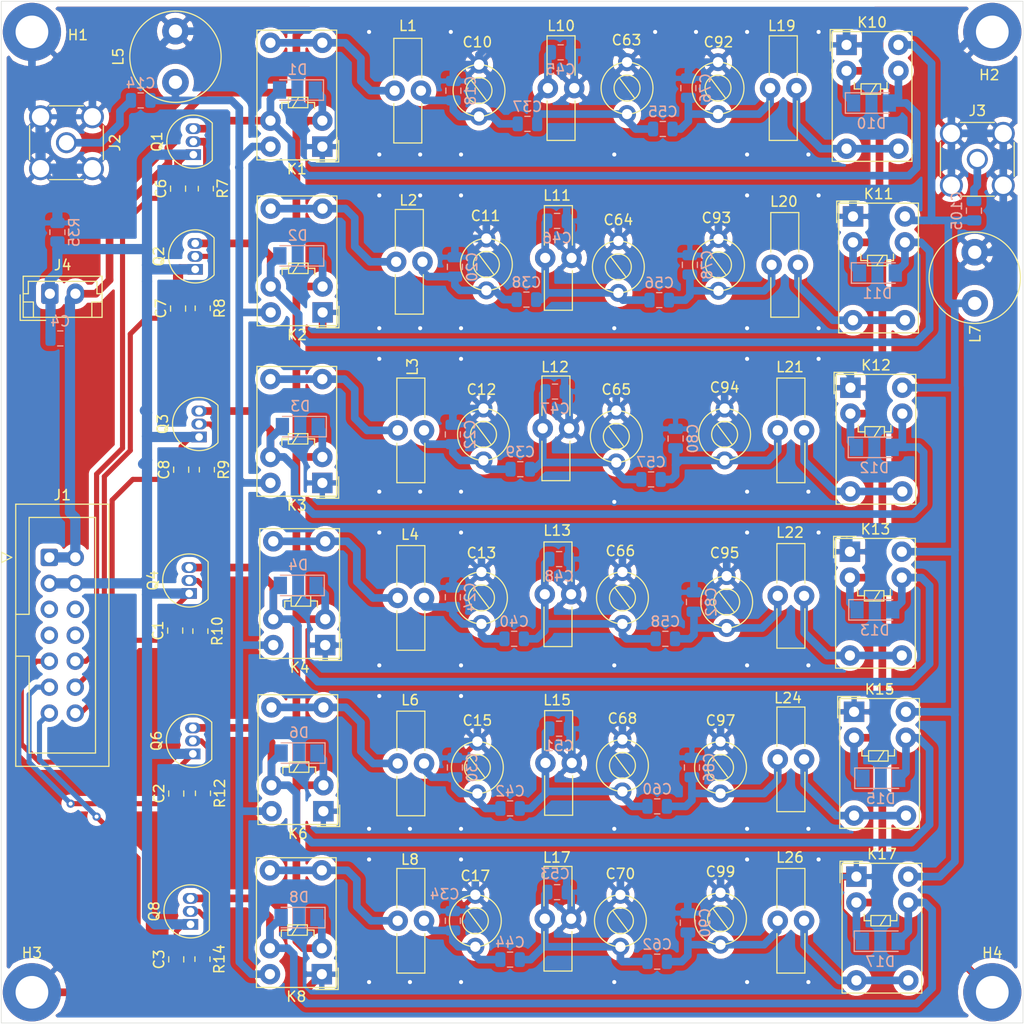
<source format=kicad_pcb>
(kicad_pcb (version 20171130) (host pcbnew 5.1.9-73d0e3b20d~88~ubuntu18.04.1)
  (layers (0 F.Cu signal) (31 B.Cu signal) (34 B.Paste user) (35 F.Paste user) (36 B.SilkS user) (37 F.SilkS user) (38 B.Mask user) (39 F.Mask user) (44 Edge.Cuts user))
  (net 0 "")
  (net 1 GND)
  (net 2 +12V)
  (net 3 "Net-(C10-Pad1)")
  (net 4 "Net-(C12-Pad1)")
  (net 5 "Net-(C14-Pad2)")
  (net 6 "Net-(C14-Pad1)")
  (net 7 "Net-(D1-Pad2)")
  (net 8 "Net-(D11-Pad2)")
  (net 9 "Net-(D12-Pad2)")
  (net 10 "Net-(D13-Pad2)")
  (net 11 "Net-(D15-Pad2)")
  (net 12 "Net-(D17-Pad2)")
  (net 13 "Net-(Q1-Pad2)")
  (net 14 "Net-(Q2-Pad2)")
  (net 15 "Net-(Q3-Pad2)")
  (net 16 "Net-(Q4-Pad2)")
  (net 17 "Net-(Q6-Pad2)")
  (net 18 "Net-(Q8-Pad2)")
  (net 19 /10m)
  (net 20 /15m)
  (net 21 /40m)
  (net 22 /30m)
  (net 23 /20m)
  (net 24 /80m)
  (net 25 GNDA)
  (net 26 "Net-(C11-Pad1)")
  (net 27 "Net-(C13-Pad1)")
  (net 28 "Net-(C15-Pad1)")
  (net 29 "Net-(C17-Pad1)")
  (net 30 "Net-(C37-Pad1)")
  (net 31 "Net-(C38-Pad1)")
  (net 32 "Net-(C39-Pad1)")
  (net 33 "Net-(C40-Pad1)")
  (net 34 "Net-(C42-Pad1)")
  (net 35 "Net-(C44-Pad1)")
  (net 36 "Net-(C55-Pad1)")
  (net 37 "Net-(C56-Pad1)")
  (net 38 "Net-(C57-Pad1)")
  (net 39 "Net-(C58-Pad1)")
  (net 40 "Net-(C60-Pad1)")
  (net 41 "Net-(C62-Pad1)")
  (net 42 "Net-(C105-Pad2)")
  (net 43 "Net-(C105-Pad1)")
  (net 44 "Net-(K1-Pad5)")
  (net 45 "Net-(K10-Pad5)")
  (net 46 "Net-(K2-Pad5)")
  (net 47 "Net-(K3-Pad5)")
  (net 48 "Net-(K4-Pad5)")
  (net 49 "Net-(K6-Pad5)")
  (net 50 "Net-(K8-Pad5)")
  (net 51 "Net-(K11-Pad5)")
  (net 52 "Net-(K12-Pad5)")
  (net 53 "Net-(K13-Pad5)")
  (net 54 "Net-(K15-Pad5)")
  (net 55 "Net-(K17-Pad5)")
  (module Capacitor_SMD:C_0805_2012Metric (layer B.Cu) (at 142.2 125.2 90)
    (fp_text reference C90 (at 0 1.68 90) (layer B.SilkS) (effects (justify mirror)))
    (fp_text value 22p)
    (pad 2 smd roundrect (at 0.95 0 90) (size 1 1.45) (layers B.Cu B.Paste B.Mask) (net 25 GNDA))
    (pad 1 smd roundrect (at -0.95 0 90) (size 1 1.45) (layers B.Cu B.Paste B.Mask) (net 41 "Net-(C62-Pad1)"))
  )
  (module Capacitor_SMD:C_0805_2012Metric (layer B.Cu) (at 142.6 110 90)
    (fp_text reference C86 (at 0 1.68 90) (layer B.SilkS) (effects (justify mirror)))
    (fp_text value 39p)
    (pad 2 smd roundrect (at 0.95 0 90) (size 1 1.45) (layers B.Cu B.Paste B.Mask) (net 25 GNDA))
    (pad 1 smd roundrect (at -0.95 0 90) (size 1 1.45) (layers B.Cu B.Paste B.Mask) (net 40 "Net-(C60-Pad1)"))
  )
  (module Capacitor_SMD:C_0805_2012Metric (layer B.Cu) (at 142.8 93.8 90)
    (fp_text reference C82 (at 0 1.68 90) (layer B.SilkS) (effects (justify mirror)))
    (fp_text value 47p)
    (pad 2 smd roundrect (at 0.95 0 90) (size 1 1.45) (layers B.Cu B.Paste B.Mask) (net 25 GNDA))
    (pad 1 smd roundrect (at -0.95 0 90) (size 1 1.45) (layers B.Cu B.Paste B.Mask) (net 39 "Net-(C58-Pad1)"))
  )
  (module Capacitor_SMD:C_0805_2012Metric (layer B.Cu) (at 141 77.8 90)
    (fp_text reference C80 (at 0 1.68 90) (layer B.SilkS) (effects (justify mirror)))
    (fp_text value 100p)
    (pad 2 smd roundrect (at 0.95 0 90) (size 1 1.45) (layers B.Cu B.Paste B.Mask) (net 25 GNDA))
    (pad 1 smd roundrect (at -0.95 0 90) (size 1 1.45) (layers B.Cu B.Paste B.Mask) (net 38 "Net-(C57-Pad1)"))
  )
  (module Capacitor_SMD:C_0805_2012Metric (layer B.Cu) (at 142.4 60.8 90)
    (fp_text reference C78 (at 0 1.68 -90) (layer B.SilkS) (effects (justify mirror)))
    (fp_text value 120p)
    (pad 2 smd roundrect (at 0.95 0 90) (size 1 1.45) (layers B.Cu B.Paste B.Mask) (net 25 GNDA))
    (pad 1 smd roundrect (at -0.95 0 90) (size 1 1.45) (layers B.Cu B.Paste B.Mask) (net 37 "Net-(C56-Pad1)"))
  )
  (module Capacitor_SMD:C_0805_2012Metric (layer B.Cu) (at 142.25 43.5 90)
    (fp_text reference C76 (at 0 1.68 90) (layer B.SilkS) (effects (justify mirror)))
    (fp_text value 220p)
    (pad 2 smd roundrect (at 0.95 0 90) (size 1 1.45) (layers B.Cu B.Paste B.Mask) (net 25 GNDA))
    (pad 1 smd roundrect (at -0.95 0 90) (size 1 1.45) (layers B.Cu B.Paste B.Mask) (net 36 "Net-(C55-Pad1)"))
  )
  (module Capacitor_SMD:C_0805_2012Metric (layer B.Cu) (at 139.2 129 180)
    (fp_text reference C62 (at 0 1.68 180) (layer B.SilkS) (effects (justify mirror)))
    (fp_text value 6.8p)
    (pad 2 smd roundrect (at 0.95 0 180) (size 1 1.45) (layers B.Cu B.Paste B.Mask) (net 35 "Net-(C44-Pad1)"))
    (pad 1 smd roundrect (at -0.95 0 180) (size 1 1.45) (layers B.Cu B.Paste B.Mask) (net 41 "Net-(C62-Pad1)"))
  )
  (module Capacitor_SMD:C_0805_2012Metric (layer B.Cu) (at 139.2 113.8 180)
    (fp_text reference C60 (at 0 1.68 180) (layer B.SilkS) (effects (justify mirror)))
    (fp_text value 10p)
    (pad 2 smd roundrect (at 0.95 0 180) (size 1 1.45) (layers B.Cu B.Paste B.Mask) (net 34 "Net-(C42-Pad1)"))
    (pad 1 smd roundrect (at -0.95 0 180) (size 1 1.45) (layers B.Cu B.Paste B.Mask) (net 40 "Net-(C60-Pad1)"))
  )
  (module Capacitor_SMD:C_0805_2012Metric (layer B.Cu) (at 140 97.4 180)
    (fp_text reference C58 (at 0 1.68 180) (layer B.SilkS) (effects (justify mirror)))
    (fp_text value 10p)
    (pad 2 smd roundrect (at 0.95 0 180) (size 1 1.45) (layers B.Cu B.Paste B.Mask) (net 33 "Net-(C40-Pad1)"))
    (pad 1 smd roundrect (at -0.95 0 180) (size 1 1.45) (layers B.Cu B.Paste B.Mask) (net 39 "Net-(C58-Pad1)"))
  )
  (module Capacitor_SMD:C_0805_2012Metric (layer B.Cu) (at 138.6 81.8 180)
    (fp_text reference C57 (at 0 1.68 180) (layer B.SilkS) (effects (justify mirror)))
    (fp_text value 12p)
    (pad 2 smd roundrect (at 0.95 0 180) (size 1 1.45) (layers B.Cu B.Paste B.Mask) (net 32 "Net-(C39-Pad1)"))
    (pad 1 smd roundrect (at -0.95 0 180) (size 1 1.45) (layers B.Cu B.Paste B.Mask) (net 38 "Net-(C57-Pad1)"))
  )
  (module Capacitor_SMD:C_0805_2012Metric (layer B.Cu) (at 139.4 64.25 180)
    (fp_text reference C56 (at 0 1.68) (layer B.SilkS) (effects (justify mirror)))
    (fp_text value 16p)
    (pad 2 smd roundrect (at 0.95 0 180) (size 1 1.45) (layers B.Cu B.Paste B.Mask) (net 31 "Net-(C38-Pad1)"))
    (pad 1 smd roundrect (at -0.95 0 180) (size 1 1.45) (layers B.Cu B.Paste B.Mask) (net 37 "Net-(C56-Pad1)"))
  )
  (module Capacitor_SMD:C_0805_2012Metric (layer B.Cu) (at 139.75 47.5 180)
    (fp_text reference C55 (at 0 1.68 180) (layer B.SilkS) (effects (justify mirror)))
    (fp_text value 47p)
    (pad 2 smd roundrect (at 0.95 0 180) (size 1 1.45) (layers B.Cu B.Paste B.Mask) (net 30 "Net-(C37-Pad1)"))
    (pad 1 smd roundrect (at -0.95 0 180) (size 1 1.45) (layers B.Cu B.Paste B.Mask) (net 36 "Net-(C55-Pad1)"))
  )
  (module Capacitor_SMD:C_0805_2012Metric (layer B.Cu) (at 129.4 122.2)
    (fp_text reference C53 (at -0.2 -1.8) (layer B.SilkS) (effects (justify mirror)))
    (fp_text value 22p)
    (pad 2 smd roundrect (at 0.95 0) (size 1 1.45) (layers B.Cu B.Paste B.Mask) (net 25 GNDA))
    (pad 1 smd roundrect (at -0.95 0) (size 1 1.45) (layers B.Cu B.Paste B.Mask) (net 35 "Net-(C44-Pad1)"))
  )
  (module Capacitor_SMD:C_0805_2012Metric (layer B.Cu) (at 129.6 106.2)
    (fp_text reference C51 (at 0 1.68) (layer B.SilkS) (effects (justify mirror)))
    (fp_text value 36p)
    (pad 2 smd roundrect (at 0.95 0) (size 1 1.45) (layers B.Cu B.Paste B.Mask) (net 25 GNDA))
    (pad 1 smd roundrect (at -0.95 0) (size 1 1.45) (layers B.Cu B.Paste B.Mask) (net 34 "Net-(C42-Pad1)"))
  )
  (module Capacitor_SMD:C_0805_2012Metric (layer B.Cu) (at 129.6 89.6)
    (fp_text reference C48 (at 0 1.68) (layer B.SilkS) (effects (justify mirror)))
    (fp_text value 47p)
    (pad 2 smd roundrect (at 0.95 0) (size 1 1.45) (layers B.Cu B.Paste B.Mask) (net 25 GNDA))
    (pad 1 smd roundrect (at -0.95 0) (size 1 1.45) (layers B.Cu B.Paste B.Mask) (net 33 "Net-(C40-Pad1)"))
  )
  (module Capacitor_SMD:C_0805_2012Metric (layer B.Cu) (at 129.2 73.2)
    (fp_text reference C47 (at 0 1.68) (layer B.SilkS) (effects (justify mirror)))
    (fp_text value 100p)
    (pad 2 smd roundrect (at 0.95 0) (size 1 1.45) (layers B.Cu B.Paste B.Mask) (net 25 GNDA))
    (pad 1 smd roundrect (at -0.95 0) (size 1 1.45) (layers B.Cu B.Paste B.Mask) (net 32 "Net-(C39-Pad1)"))
  )
  (module Capacitor_SMD:C_0805_2012Metric (layer B.Cu) (at 129.4 56.5)
    (fp_text reference C46 (at 0 1.68) (layer B.SilkS) (effects (justify mirror)))
    (fp_text value 100p)
    (pad 2 smd roundrect (at 0.95 0) (size 1 1.45) (layers B.Cu B.Paste B.Mask) (net 25 GNDA))
    (pad 1 smd roundrect (at -0.95 0) (size 1 1.45) (layers B.Cu B.Paste B.Mask) (net 31 "Net-(C38-Pad1)"))
  )
  (module Capacitor_SMD:C_0805_2012Metric (layer B.Cu) (at 129.75 40)
    (fp_text reference C45 (at 0 1.68) (layer B.SilkS) (effects (justify mirror)))
    (fp_text value 200p)
    (pad 2 smd roundrect (at 0.95 0) (size 1 1.45) (layers B.Cu B.Paste B.Mask) (net 25 GNDA))
    (pad 1 smd roundrect (at -0.95 0) (size 1 1.45) (layers B.Cu B.Paste B.Mask) (net 30 "Net-(C37-Pad1)"))
  )
  (module Capacitor_SMD:C_0805_2012Metric (layer B.Cu) (at 124.8 128.8 180)
    (fp_text reference C44 (at 0 1.68 180) (layer B.SilkS) (effects (justify mirror)))
    (fp_text value 6.8p)
    (pad 2 smd roundrect (at 0.95 0 180) (size 1 1.45) (layers B.Cu B.Paste B.Mask) (net 29 "Net-(C17-Pad1)"))
    (pad 1 smd roundrect (at -0.95 0 180) (size 1 1.45) (layers B.Cu B.Paste B.Mask) (net 35 "Net-(C44-Pad1)"))
  )
  (module Capacitor_SMD:C_0805_2012Metric (layer B.Cu) (at 124.8 114 180)
    (fp_text reference C42 (at 0 1.68 180) (layer B.SilkS) (effects (justify mirror)))
    (fp_text value 10p)
    (pad 2 smd roundrect (at 0.95 0 180) (size 1 1.45) (layers B.Cu B.Paste B.Mask) (net 28 "Net-(C15-Pad1)"))
    (pad 1 smd roundrect (at -0.95 0 180) (size 1 1.45) (layers B.Cu B.Paste B.Mask) (net 34 "Net-(C42-Pad1)"))
  )
  (module Capacitor_SMD:C_0805_2012Metric (layer B.Cu) (at 125.2 97.4 180)
    (fp_text reference C40 (at 0 1.68 180) (layer B.SilkS) (effects (justify mirror)))
    (fp_text value 10p)
    (pad 2 smd roundrect (at 0.95 0 180) (size 1 1.45) (layers B.Cu B.Paste B.Mask) (net 27 "Net-(C13-Pad1)"))
    (pad 1 smd roundrect (at -0.95 0 180) (size 1 1.45) (layers B.Cu B.Paste B.Mask) (net 33 "Net-(C40-Pad1)"))
  )
  (module Capacitor_SMD:C_0805_2012Metric (layer B.Cu) (at 125.8 80.8 180)
    (fp_text reference C39 (at 0 1.68 180) (layer B.SilkS) (effects (justify mirror)))
    (fp_text value 12p)
    (pad 2 smd roundrect (at 0.95 0 180) (size 1 1.45) (layers B.Cu B.Paste B.Mask) (net 4 "Net-(C12-Pad1)"))
    (pad 1 smd roundrect (at -0.95 0 180) (size 1 1.45) (layers B.Cu B.Paste B.Mask) (net 32 "Net-(C39-Pad1)"))
  )
  (module Capacitor_SMD:C_0805_2012Metric (layer B.Cu) (at 126.4 64.2 180)
    (fp_text reference C38 (at 0 1.68 180) (layer B.SilkS) (effects (justify mirror)))
    (fp_text value 16p)
    (pad 2 smd roundrect (at 0.95 0 180) (size 1 1.45) (layers B.Cu B.Paste B.Mask) (net 26 "Net-(C11-Pad1)"))
    (pad 1 smd roundrect (at -0.95 0 180) (size 1 1.45) (layers B.Cu B.Paste B.Mask) (net 31 "Net-(C38-Pad1)"))
  )
  (module Capacitor_SMD:C_0805_2012Metric (layer B.Cu) (at 126.5 47 180)
    (fp_text reference C37 (at 0 1.68 180) (layer B.SilkS) (effects (justify mirror)))
    (fp_text value 47p)
    (pad 2 smd roundrect (at 0.95 0 180) (size 1 1.45) (layers B.Cu B.Paste B.Mask) (net 3 "Net-(C10-Pad1)"))
    (pad 1 smd roundrect (at -0.95 0 180) (size 1 1.45) (layers B.Cu B.Paste B.Mask) (net 30 "Net-(C37-Pad1)"))
  )
  (module Capacitor_SMD:C_0805_2012Metric (layer B.Cu) (at 119.2 125 90)
    (fp_text reference C34 (at 2.6 -0.8 180) (layer B.SilkS) (effects (justify mirror)))
    (fp_text value 39p)
    (pad 2 smd roundrect (at 0.95 0 90) (size 1 1.45) (layers B.Cu B.Paste B.Mask) (net 25 GNDA))
    (pad 1 smd roundrect (at -0.95 0 90) (size 1 1.45) (layers B.Cu B.Paste B.Mask) (net 29 "Net-(C17-Pad1)"))
  )
  (module Capacitor_SMD:C_0805_2012Metric (layer B.Cu) (at 119.4 110 90)
    (fp_text reference C30 (at 0 1.68 90) (layer B.SilkS) (effects (justify mirror)))
    (fp_text value 120p)
    (pad 2 smd roundrect (at 0.95 0 90) (size 1 1.45) (layers B.Cu B.Paste B.Mask) (net 25 GNDA))
    (pad 1 smd roundrect (at -0.95 0 90) (size 1 1.45) (layers B.Cu B.Paste B.Mask) (net 28 "Net-(C15-Pad1)"))
  )
  (module Capacitor_SMD:C_0805_2012Metric (layer B.Cu) (at 119.2 93.3322 90)
    (fp_text reference C24 (at 0 1.68 90) (layer B.SilkS) (effects (justify mirror)))
    (fp_text value 47p)
    (pad 2 smd roundrect (at 0.95 0 90) (size 1 1.45) (layers B.Cu B.Paste B.Mask) (net 25 GNDA))
    (pad 1 smd roundrect (at -0.95 0 90) (size 1 1.45) (layers B.Cu B.Paste B.Mask) (net 27 "Net-(C13-Pad1)"))
  )
  (module Capacitor_SMD:C_0805_2012Metric (layer B.Cu) (at 119.2 77.4 90)
    (fp_text reference C22 (at 0 1.68 270) (layer B.SilkS) (effects (justify mirror)))
    (fp_text value 100p)
    (pad 2 smd roundrect (at 0.95 0 90) (size 1 1.45) (layers B.Cu B.Paste B.Mask) (net 25 GNDA))
    (pad 1 smd roundrect (at -0.95 0 90) (size 1 1.45) (layers B.Cu B.Paste B.Mask) (net 4 "Net-(C12-Pad1)"))
  )
  (module Capacitor_SMD:C_0805_2012Metric (layer B.Cu) (at 119.4 61 90)
    (fp_text reference C20 (at 0 1.68 270) (layer B.SilkS) (effects (justify mirror)))
    (fp_text value 120p)
    (pad 2 smd roundrect (at 0.95 0 90) (size 1 1.45) (layers B.Cu B.Paste B.Mask) (net 25 GNDA))
    (pad 1 smd roundrect (at -0.95 0 90) (size 1 1.45) (layers B.Cu B.Paste B.Mask) (net 26 "Net-(C11-Pad1)"))
  )
  (module Capacitor_SMD:C_0805_2012Metric (layer B.Cu) (at 119.25 43.75 90)
    (fp_text reference C18 (at 0 1.68 270) (layer B.SilkS) (effects (justify mirror)))
    (fp_text value 220p)
    (pad 2 smd roundrect (at 0.95 0 90) (size 1 1.45) (layers B.Cu B.Paste B.Mask) (net 25 GNDA))
    (pad 1 smd roundrect (at -0.95 0 90) (size 1 1.45) (layers B.Cu B.Paste B.Mask) (net 3 "Net-(C10-Pad1)"))
  )
  (module Ctrimm:Ctrimm_5mm (layer F.Cu) (at 135.2 77.6 90)
    (fp_text reference C65 (at 4.6 0 180) (layer F.SilkS))
    (fp_text value CTRIM)
    (pad 2 thru_hole circle (at 2.54 0 90) (size 1.75 1.75) (drill 1) (layers *.Cu *.Mask) (net 25 GNDA))
    (pad 1 thru_hole circle (at -2.54 0 90) (size 1.75 1.75) (drill 1) (layers *.Cu *.Mask) (net 32 "Net-(C39-Pad1)"))
  )
  (module Inductor:L_Toroid_Vertical_L10.0mm_W5.0mm_P5.08mm (layer F.Cu) (at 150.25 43.5 90)
    (fp_text reference L19 (at 6.1 1.15 180) (layer F.SilkS))
    (fp_text value 7.2u)
    (pad 2 thru_hole circle (at 0 2.58 90) (size 2 2) (drill 1) (layers *.Cu *.Mask) (net 45 "Net-(K10-Pad5)"))
    (pad 1 thru_hole circle (at 0 0 90) (size 2 2) (drill 1) (layers *.Cu *.Mask) (net 36 "Net-(C55-Pad1)"))
  )
  (module Ctrimm:Ctrimm_5mm (layer F.Cu) (at 121.76 43.736 90)
    (fp_text reference C10 (at 4.736 -0.16 180) (layer F.SilkS))
    (fp_text value 30p)
    (pad 2 thru_hole circle (at 2.54 0 90) (size 1.75 1.75) (drill 1) (layers *.Cu *.Mask) (net 25 GNDA))
    (pad 1 thru_hole circle (at -2.54 0 90) (size 1.75 1.75) (drill 1) (layers *.Cu *.Mask) (net 3 "Net-(C10-Pad1)"))
  )
  (module Inductor_THT:L_Radial_D8.7mm_P5.00mm_Fastron_07HCP (layer F.Cu) (at 170.2816 64.5668 90)
    (fp_text reference L7 (at -2.9972 0.0508 90) (layer F.SilkS))
    (fp_text value 100u)
    (pad 2 thru_hole circle (at 5 0 90) (size 2.6 2.6) (drill 1.3) (layers *.Cu *.Mask) (net 25 GNDA))
    (pad 1 thru_hole circle (at 0 0 90) (size 2.6 2.6) (drill 1.3) (layers *.Cu *.Mask) (net 42 "Net-(C105-Pad2)"))
  )
  (module Inductor_THT:L_Radial_D8.7mm_P5.00mm_Fastron_07HCP (layer F.Cu) (at 92.0496 42.926 90)
    (fp_text reference L5 (at 2.5 -5.6 90) (layer F.SilkS))
    (fp_text value 100u)
    (pad 2 thru_hole circle (at 5 0 90) (size 2.6 2.6) (drill 1.3) (layers *.Cu *.Mask) (net 25 GNDA))
    (pad 1 thru_hole circle (at 0 0 90) (size 2.6 2.6) (drill 1.3) (layers *.Cu *.Mask) (net 6 "Net-(C14-Pad1)"))
  )
  (module MountingHole:MountingHole_3.2mm_M3_ISO7380_Pad (layer F.Cu) (at 172 132)
    (fp_text reference H4 (at 0 -3.85) (layer F.SilkS))
    (fp_text value G)
    (pad 1 thru_hole circle (at 0 0) (size 5.7 5.7) (drill 3.2) (layers *.Cu *.Mask) (net 25 GNDA))
  )
  (module MountingHole:MountingHole_3.2mm_M3_ISO7380_Pad (layer F.Cu) (at 78 132)
    (fp_text reference H3 (at 0 -3.85) (layer F.SilkS))
    (fp_text value G)
    (pad 1 thru_hole circle (at 0 0) (size 5.7 5.7) (drill 3.2) (layers *.Cu *.Mask) (net 25 GNDA))
  )
  (module MountingHole:MountingHole_3.2mm_M3_ISO7380_Pad (layer F.Cu) (at 172 38)
    (fp_text reference H2 (at -0.296 4.2148) (layer F.SilkS))
    (fp_text value G)
    (pad 1 thru_hole circle (at 0 0) (size 5.7 5.7) (drill 3.2) (layers *.Cu *.Mask) (net 25 GNDA))
  )
  (module MountingHole:MountingHole_3.2mm_M3_ISO7380_Pad (layer F.Cu) (at 78 38)
    (fp_text reference H1 (at 4.4992 0.3032) (layer F.SilkS))
    (fp_text value G)
    (pad 1 thru_hole circle (at 0 0) (size 5.7 5.7) (drill 3.2) (layers *.Cu *.Mask) (net 25 GNDA))
  )
  (module Capacitor_SMD:C_0805_2012Metric (layer B.Cu) (at 88.646 44.704 180)
    (fp_text reference C14 (at 0 1.68) (layer B.SilkS) (effects (justify mirror)))
    (fp_text value 0.1u)
    (pad 2 smd roundrect (at 0.95 0 180) (size 1 1.45) (layers B.Cu B.Paste B.Mask) (net 5 "Net-(C14-Pad2)"))
    (pad 1 smd roundrect (at -0.95 0 180) (size 1 1.45) (layers B.Cu B.Paste B.Mask) (net 6 "Net-(C14-Pad1)"))
  )
  (module Resistor_SMD:R_0805_2012Metric (layer B.Cu) (at 80.4926 57.6044 90)
    (fp_text reference R35 (at 0 1.65 270) (layer B.SilkS) (effects (justify mirror)))
    (fp_text value 0R)
    (pad 2 smd roundrect (at 0.9125 0 90) (size 1.025 1.4) (layers B.Cu B.Paste B.Mask) (roundrect_rratio 0.243902) (net 25 GNDA))
    (pad 1 smd roundrect (at -0.9125 0 90) (size 1.025 1.4) (layers B.Cu B.Paste B.Mask) (roundrect_rratio 0.243902) (net 1 GND))
  )
  (module Connector_JST:JST_EH_B2B-EH-A_1x02_P2.50mm_Vertical (layer F.Cu) (at 79.756 63.6242)
    (fp_text reference J4 (at 1.25 -2.8) (layer F.SilkS))
    (fp_text value PWR)
    (pad 2 thru_hole oval (at 2.5 0) (size 1.7 2) (drill 1) (layers *.Cu *.Mask) (net 2 +12V))
    (pad 1 thru_hole roundrect (at 0 0) (size 1.7 2) (drill 1) (layers *.Cu *.Mask) (roundrect_rratio 0.147059) (net 1 GND))
  )
  (module Capacitor_SMD:C_0805_2012Metric (layer B.Cu) (at 170.2054 55.499 270)
    (fp_text reference C105 (at 0 1.68 270) (layer B.SilkS) (effects (justify mirror)))
    (fp_text value 0.1u)
    (pad 2 smd roundrect (at 0.95 0 270) (size 1 1.45) (layers B.Cu B.Paste B.Mask) (net 42 "Net-(C105-Pad2)"))
    (pad 1 smd roundrect (at -0.95 0 270) (size 1 1.45) (layers B.Cu B.Paste B.Mask) (net 43 "Net-(C105-Pad1)"))
  )
  (module Ctrimm:Ctrimm_5mm (layer F.Cu) (at 145.4 124.8 90)
    (fp_text reference C99 (at 4.6 0 180) (layer F.SilkS))
    (fp_text value 30p)
    (pad 2 thru_hole circle (at 2.54 0 90) (size 1.75 1.75) (drill 1) (layers *.Cu *.Mask) (net 25 GNDA))
    (pad 1 thru_hole circle (at -2.54 0 90) (size 1.75 1.75) (drill 1) (layers *.Cu *.Mask) (net 41 "Net-(C62-Pad1)"))
  )
  (module Ctrimm:Ctrimm_5mm (layer F.Cu) (at 145.4 110 90)
    (fp_text reference C97 (at 4.6 0 180) (layer F.SilkS))
    (fp_text value 30p)
    (pad 2 thru_hole circle (at 2.54 0 90) (size 1.75 1.75) (drill 1) (layers *.Cu *.Mask) (net 25 GNDA))
    (pad 1 thru_hole circle (at -2.54 0 90) (size 1.75 1.75) (drill 1) (layers *.Cu *.Mask) (net 40 "Net-(C60-Pad1)"))
  )
  (module Ctrimm:Ctrimm_5mm (layer F.Cu) (at 146 93.8 90)
    (fp_text reference C95 (at 4.8 -0.2 180) (layer F.SilkS))
    (fp_text value 30p)
    (pad 2 thru_hole circle (at 2.54 0 90) (size 1.75 1.75) (drill 1) (layers *.Cu *.Mask) (net 25 GNDA))
    (pad 1 thru_hole circle (at -2.54 0 90) (size 1.75 1.75) (drill 1) (layers *.Cu *.Mask) (net 39 "Net-(C58-Pad1)"))
  )
  (module Ctrimm:Ctrimm_5mm (layer F.Cu) (at 145.8 77.4 90)
    (fp_text reference C94 (at 4.6 0 180) (layer F.SilkS))
    (fp_text value 30p)
    (pad 2 thru_hole circle (at 2.54 0 90) (size 1.75 1.75) (drill 1) (layers *.Cu *.Mask) (net 25 GNDA))
    (pad 1 thru_hole circle (at -2.54 0 90) (size 1.75 1.75) (drill 1) (layers *.Cu *.Mask) (net 38 "Net-(C57-Pad1)"))
  )
  (module Ctrimm:Ctrimm_5mm (layer F.Cu) (at 145.2 60.8 90)
    (fp_text reference C93 (at 4.6 -0.2 180) (layer F.SilkS))
    (fp_text value 30p)
    (pad 2 thru_hole circle (at 2.54 0 90) (size 1.75 1.75) (drill 1) (layers *.Cu *.Mask) (net 25 GNDA))
    (pad 1 thru_hole circle (at -2.54 0 90) (size 1.75 1.75) (drill 1) (layers *.Cu *.Mask) (net 37 "Net-(C56-Pad1)"))
  )
  (module Ctrimm:Ctrimm_5mm (layer F.Cu) (at 145.1544 43.4984 90)
    (fp_text reference C92 (at 4.4984 0.0456 180) (layer F.SilkS))
    (fp_text value 30p)
    (pad 2 thru_hole circle (at 2.54 0 90) (size 1.75 1.75) (drill 1) (layers *.Cu *.Mask) (net 25 GNDA))
    (pad 1 thru_hole circle (at -2.54 0 90) (size 1.75 1.75) (drill 1) (layers *.Cu *.Mask) (net 36 "Net-(C55-Pad1)"))
  )
  (module Ctrimm:Ctrimm_5mm (layer F.Cu) (at 135.6 125 90)
    (fp_text reference C70 (at 4.6 0 180) (layer F.SilkS))
    (fp_text value 30p)
    (pad 2 thru_hole circle (at 2.54 0 90) (size 1.75 1.75) (drill 1) (layers *.Cu *.Mask) (net 25 GNDA))
    (pad 1 thru_hole circle (at -2.54 0 90) (size 1.75 1.75) (drill 1) (layers *.Cu *.Mask) (net 35 "Net-(C44-Pad1)"))
  )
  (module Ctrimm:Ctrimm_5mm (layer F.Cu) (at 135.8 109.8 90)
    (fp_text reference C68 (at 4.6 0 180) (layer F.SilkS))
    (fp_text value 30p)
    (pad 2 thru_hole circle (at 2.54 0 90) (size 1.75 1.75) (drill 1) (layers *.Cu *.Mask) (net 25 GNDA))
    (pad 1 thru_hole circle (at -2.54 0 90) (size 1.75 1.75) (drill 1) (layers *.Cu *.Mask) (net 34 "Net-(C42-Pad1)"))
  )
  (module Ctrimm:Ctrimm_5mm (layer F.Cu) (at 135.8 93.4 90)
    (fp_text reference C66 (at 4.6 -0.2 180) (layer F.SilkS))
    (fp_text value 30p)
    (pad 2 thru_hole circle (at 2.54 0 90) (size 1.75 1.75) (drill 1) (layers *.Cu *.Mask) (net 25 GNDA))
    (pad 1 thru_hole circle (at -2.54 0 90) (size 1.75 1.75) (drill 1) (layers *.Cu *.Mask) (net 33 "Net-(C40-Pad1)"))
  )
  (module Ctrimm:Ctrimm_5mm (layer F.Cu) (at 135.4 61 90)
    (fp_text reference C64 (at 4.6 0 180) (layer F.SilkS))
    (fp_text value 30p)
    (pad 2 thru_hole circle (at 2.54 0 90) (size 1.75 1.75) (drill 1) (layers *.Cu *.Mask) (net 25 GNDA))
    (pad 1 thru_hole circle (at -2.54 0 90) (size 1.75 1.75) (drill 1) (layers *.Cu *.Mask) (net 31 "Net-(C38-Pad1)"))
  )
  (module Ctrimm:Ctrimm_5mm (layer F.Cu) (at 136.25 43.5 90)
    (fp_text reference C63 (at 4.7 -0.05 180) (layer F.SilkS))
    (fp_text value 30p)
    (pad 2 thru_hole circle (at 2.54 0 90) (size 1.75 1.75) (drill 1) (layers *.Cu *.Mask) (net 25 GNDA))
    (pad 1 thru_hole circle (at -2.54 0 90) (size 1.75 1.75) (drill 1) (layers *.Cu *.Mask) (net 30 "Net-(C37-Pad1)"))
  )
  (module Ctrimm:Ctrimm_5mm (layer F.Cu) (at 121.4 125 90)
    (fp_text reference C17 (at 4.4 0 180) (layer F.SilkS))
    (fp_text value 22p)
    (pad 2 thru_hole circle (at 2.54 0 90) (size 1.75 1.75) (drill 1) (layers *.Cu *.Mask) (net 25 GNDA))
    (pad 1 thru_hole circle (at -2.54 0 90) (size 1.75 1.75) (drill 1) (layers *.Cu *.Mask) (net 29 "Net-(C17-Pad1)"))
  )
  (module Ctrimm:Ctrimm_5mm (layer F.Cu) (at 121.6 110 90)
    (fp_text reference C15 (at 4.6 0 180) (layer F.SilkS))
    (fp_text value 39p)
    (pad 2 thru_hole circle (at 2.54 0 90) (size 1.75 1.75) (drill 1) (layers *.Cu *.Mask) (net 25 GNDA))
    (pad 1 thru_hole circle (at -2.54 0 90) (size 1.75 1.75) (drill 1) (layers *.Cu *.Mask) (net 28 "Net-(C15-Pad1)"))
  )
  (module Ctrimm:Ctrimm_5mm (layer F.Cu) (at 122 93.4 90)
    (fp_text reference C13 (at 4.4 0 180) (layer F.SilkS))
    (fp_text value 30p)
    (pad 2 thru_hole circle (at 2.54 0 90) (size 1.75 1.75) (drill 1) (layers *.Cu *.Mask) (net 25 GNDA))
    (pad 1 thru_hole circle (at -2.54 0 90) (size 1.75 1.75) (drill 1) (layers *.Cu *.Mask) (net 27 "Net-(C13-Pad1)"))
  )
  (module Ctrimm:Ctrimm_5mm (layer F.Cu) (at 122.2 77.4 90)
    (fp_text reference C12 (at 4.4 -0.2 180) (layer F.SilkS))
    (fp_text value 30p)
    (pad 2 thru_hole circle (at 2.54 0 90) (size 1.75 1.75) (drill 1) (layers *.Cu *.Mask) (net 25 GNDA))
    (pad 1 thru_hole circle (at -2.54 0 90) (size 1.75 1.75) (drill 1) (layers *.Cu *.Mask) (net 4 "Net-(C12-Pad1)"))
  )
  (module Ctrimm:Ctrimm_5mm (layer F.Cu) (at 122.4802 60.7574 90)
    (fp_text reference C11 (at 4.7574 -0.0802 180) (layer F.SilkS))
    (fp_text value 30p)
    (pad 2 thru_hole circle (at 2.54 0 90) (size 1.75 1.75) (drill 1) (layers *.Cu *.Mask) (net 25 GNDA))
    (pad 1 thru_hole circle (at -2.54 0 90) (size 1.75 1.75) (drill 1) (layers *.Cu *.Mask) (net 26 "Net-(C11-Pad1)"))
  )
  (module Resistor_SMD:R_0805_2012Metric (layer F.Cu) (at 94.6912 128.7526 270)
    (fp_text reference R14 (at 0 -1.65 90) (layer F.SilkS))
    (fp_text value 10k)
    (pad 2 smd roundrect (at 0.9125 0 270) (size 1.025 1.4) (layers F.Cu F.Paste F.Mask) (roundrect_rratio 0.243902) (net 19 /10m))
    (pad 1 smd roundrect (at -0.9125 0 270) (size 1.025 1.4) (layers F.Cu F.Paste F.Mask) (roundrect_rratio 0.243902) (net 18 "Net-(Q8-Pad2)"))
  )
  (module Resistor_SMD:R_0805_2012Metric (layer F.Cu) (at 94.742 112.522 270)
    (fp_text reference R12 (at 0 -1.65 90) (layer F.SilkS))
    (fp_text value 10k)
    (pad 2 smd roundrect (at 0.9125 0 270) (size 1.025 1.4) (layers F.Cu F.Paste F.Mask) (roundrect_rratio 0.243902) (net 20 /15m))
    (pad 1 smd roundrect (at -0.9125 0 270) (size 1.025 1.4) (layers F.Cu F.Paste F.Mask) (roundrect_rratio 0.243902) (net 17 "Net-(Q6-Pad2)"))
  )
  (module Resistor_SMD:R_0805_2012Metric (layer F.Cu) (at 94.488 96.647 270)
    (fp_text reference R10 (at 0 -1.65 270) (layer F.SilkS))
    (fp_text value 10k)
    (pad 2 smd roundrect (at 0.9125 0 270) (size 1.025 1.4) (layers F.Cu F.Paste F.Mask) (roundrect_rratio 0.243902) (net 23 /20m))
    (pad 1 smd roundrect (at -0.9125 0 270) (size 1.025 1.4) (layers F.Cu F.Paste F.Mask) (roundrect_rratio 0.243902) (net 16 "Net-(Q4-Pad2)"))
  )
  (module Resistor_SMD:R_0805_2012Metric (layer F.Cu) (at 95.123 80.8482 270)
    (fp_text reference R9 (at 0 -1.65 270) (layer F.SilkS))
    (fp_text value 10k)
    (pad 2 smd roundrect (at 0.9125 0 270) (size 1.025 1.4) (layers F.Cu F.Paste F.Mask) (roundrect_rratio 0.243902) (net 22 /30m))
    (pad 1 smd roundrect (at -0.9125 0 270) (size 1.025 1.4) (layers F.Cu F.Paste F.Mask) (roundrect_rratio 0.243902) (net 15 "Net-(Q3-Pad2)"))
  )
  (module Resistor_SMD:R_0805_2012Metric (layer F.Cu) (at 94.7166 65.0494 270)
    (fp_text reference R8 (at 0 -1.65 270) (layer F.SilkS))
    (fp_text value 10k)
    (pad 2 smd roundrect (at 0.9125 0 270) (size 1.025 1.4) (layers F.Cu F.Paste F.Mask) (roundrect_rratio 0.243902) (net 21 /40m))
    (pad 1 smd roundrect (at -0.9125 0 270) (size 1.025 1.4) (layers F.Cu F.Paste F.Mask) (roundrect_rratio 0.243902) (net 14 "Net-(Q2-Pad2)"))
  )
  (module Resistor_SMD:R_0805_2012Metric (layer F.Cu) (at 95.0214 53.34 270)
    (fp_text reference R7 (at 0 -1.65 270) (layer F.SilkS))
    (fp_text value 10k)
    (pad 2 smd roundrect (at 0.9125 0 270) (size 1.025 1.4) (layers F.Cu F.Paste F.Mask) (roundrect_rratio 0.243902) (net 24 /80m))
    (pad 1 smd roundrect (at -0.9125 0 270) (size 1.025 1.4) (layers F.Cu F.Paste F.Mask) (roundrect_rratio 0.243902) (net 13 "Net-(Q1-Pad2)"))
  )
  (module Package_TO_SOT_THT:TO-92_Inline (layer F.Cu) (at 93.5228 125.349 90)
    (fp_text reference Q8 (at 1.27 -3.56 90) (layer F.SilkS))
    (fp_text value 2N3904)
    (pad 1 thru_hole rect (at 0 0 90) (size 1.05 1.5) (drill 0.75) (layers *.Cu *.Mask) (net 1 GND))
    (pad 3 thru_hole oval (at 2.54 0 90) (size 1.05 1.5) (drill 0.75) (layers *.Cu *.Mask) (net 12 "Net-(D17-Pad2)"))
    (pad 2 thru_hole oval (at 1.27 0 90) (size 1.05 1.5) (drill 0.75) (layers *.Cu *.Mask) (net 18 "Net-(Q8-Pad2)"))
  )
  (module Package_TO_SOT_THT:TO-92_Inline (layer F.Cu) (at 93.7514 108.6612 90)
    (fp_text reference Q6 (at 1.27 -3.56 90) (layer F.SilkS))
    (fp_text value 2N3904)
    (pad 1 thru_hole rect (at 0 0 90) (size 1.05 1.5) (drill 0.75) (layers *.Cu *.Mask) (net 1 GND))
    (pad 3 thru_hole oval (at 2.54 0 90) (size 1.05 1.5) (drill 0.75) (layers *.Cu *.Mask) (net 11 "Net-(D15-Pad2)"))
    (pad 2 thru_hole oval (at 1.27 0 90) (size 1.05 1.5) (drill 0.75) (layers *.Cu *.Mask) (net 17 "Net-(Q6-Pad2)"))
  )
  (module Package_TO_SOT_THT:TO-92_Inline (layer F.Cu) (at 93.3958 92.964 90)
    (fp_text reference Q4 (at 1.27 -3.56 90) (layer F.SilkS))
    (fp_text value 2N3904)
    (pad 1 thru_hole rect (at 0 0 90) (size 1.05 1.5) (drill 0.75) (layers *.Cu *.Mask) (net 1 GND))
    (pad 3 thru_hole oval (at 2.54 0 90) (size 1.05 1.5) (drill 0.75) (layers *.Cu *.Mask) (net 10 "Net-(D13-Pad2)"))
    (pad 2 thru_hole oval (at 1.27 0 90) (size 1.05 1.5) (drill 0.75) (layers *.Cu *.Mask) (net 16 "Net-(Q4-Pad2)"))
  )
  (module Package_TO_SOT_THT:TO-92_Inline (layer F.Cu) (at 94.361 77.6478 90)
    (fp_text reference Q3 (at 1.27 -3.56 90) (layer F.SilkS))
    (fp_text value 2N3904)
    (pad 1 thru_hole rect (at 0 0 90) (size 1.05 1.5) (drill 0.75) (layers *.Cu *.Mask) (net 1 GND))
    (pad 3 thru_hole oval (at 2.54 0 90) (size 1.05 1.5) (drill 0.75) (layers *.Cu *.Mask) (net 9 "Net-(D12-Pad2)"))
    (pad 2 thru_hole oval (at 1.27 0 90) (size 1.05 1.5) (drill 0.75) (layers *.Cu *.Mask) (net 15 "Net-(Q3-Pad2)"))
  )
  (module Package_TO_SOT_THT:TO-92_Inline (layer F.Cu) (at 93.98 61.2394 90)
    (fp_text reference Q2 (at 1.27 -3.56 90) (layer F.SilkS))
    (fp_text value 2N3904)
    (pad 1 thru_hole rect (at 0 0 90) (size 1.05 1.5) (drill 0.75) (layers *.Cu *.Mask) (net 1 GND))
    (pad 3 thru_hole oval (at 2.54 0 90) (size 1.05 1.5) (drill 0.75) (layers *.Cu *.Mask) (net 8 "Net-(D11-Pad2)"))
    (pad 2 thru_hole oval (at 1.27 0 90) (size 1.05 1.5) (drill 0.75) (layers *.Cu *.Mask) (net 14 "Net-(Q2-Pad2)"))
  )
  (module Package_TO_SOT_THT:TO-92_Inline (layer F.Cu) (at 93.8022 50.0126 90)
    (fp_text reference Q1 (at 1.27 -3.56 90) (layer F.SilkS))
    (fp_text value 2N3904)
    (pad 1 thru_hole rect (at 0 0 90) (size 1.05 1.5) (drill 0.75) (layers *.Cu *.Mask) (net 1 GND))
    (pad 3 thru_hole oval (at 2.54 0 90) (size 1.05 1.5) (drill 0.75) (layers *.Cu *.Mask) (net 7 "Net-(D1-Pad2)"))
    (pad 2 thru_hole oval (at 1.27 0 90) (size 1.05 1.5) (drill 0.75) (layers *.Cu *.Mask) (net 13 "Net-(Q1-Pad2)"))
  )
  (module Inductor:L_Toroid_Vertical_L10.0mm_W5.0mm_P5.08mm (layer F.Cu) (at 151 125 90)
    (fp_text reference L26 (at 6.2 1.2 180) (layer F.SilkS))
    (fp_text value 0.59u)
    (pad 2 thru_hole circle (at 0 2.58 90) (size 2 2) (drill 1) (layers *.Cu *.Mask) (net 55 "Net-(K17-Pad5)"))
    (pad 1 thru_hole circle (at 0 0 90) (size 2 2) (drill 1) (layers *.Cu *.Mask) (net 41 "Net-(C62-Pad1)"))
  )
  (module Inductor:L_Toroid_Vertical_L10.0mm_W5.0mm_P5.08mm (layer F.Cu) (at 151 109.2 90)
    (fp_text reference L24 (at 6 1 180) (layer F.SilkS))
    (fp_text value 0,77u)
    (pad 2 thru_hole circle (at 0 2.58 90) (size 2 2) (drill 1) (layers *.Cu *.Mask) (net 54 "Net-(K15-Pad5)"))
    (pad 1 thru_hole circle (at 0 0 90) (size 2 2) (drill 1) (layers *.Cu *.Mask) (net 40 "Net-(C60-Pad1)"))
  )
  (module Inductor:L_Toroid_Vertical_L10.0mm_W5.0mm_P5.08mm (layer F.Cu) (at 151 93.2 90)
    (fp_text reference L22 (at 6.2 1.2 180) (layer F.SilkS))
    (fp_text value 1.7u)
    (pad 2 thru_hole circle (at 0 2.58 90) (size 2 2) (drill 1) (layers *.Cu *.Mask) (net 53 "Net-(K13-Pad5)"))
    (pad 1 thru_hole circle (at 0 0 90) (size 2 2) (drill 1) (layers *.Cu *.Mask) (net 39 "Net-(C58-Pad1)"))
  )
  (module Inductor:L_Toroid_Vertical_L10.0mm_W5.0mm_P5.08mm (layer F.Cu) (at 151 77 90)
    (fp_text reference L21 (at 6.2 1.2 180) (layer F.SilkS))
    (fp_text value 2.0u)
    (pad 2 thru_hole circle (at 0 2.58 90) (size 2 2) (drill 1) (layers *.Cu *.Mask) (net 52 "Net-(K12-Pad5)"))
    (pad 1 thru_hole circle (at 0 0 90) (size 2 2) (drill 1) (layers *.Cu *.Mask) (net 38 "Net-(C57-Pad1)"))
  )
  (module Inductor:L_Toroid_Vertical_L10.0mm_W5.0mm_P5.08mm (layer F.Cu) (at 150.4 60.8 90)
    (fp_text reference L20 (at 6.2 1.2 180) (layer F.SilkS))
    (fp_text value 3.75u)
    (pad 2 thru_hole circle (at 0 2.58 90) (size 2 2) (drill 1) (layers *.Cu *.Mask) (net 51 "Net-(K11-Pad5)"))
    (pad 1 thru_hole circle (at 0 0 90) (size 2 2) (drill 1) (layers *.Cu *.Mask) (net 37 "Net-(C56-Pad1)"))
  )
  (module Inductor:L_Toroid_Vertical_L10.0mm_W5.0mm_P5.08mm (layer F.Cu) (at 128.2 124.8 90)
    (fp_text reference L17 (at 6 1.1684 180) (layer F.SilkS))
    (fp_text value 0.59u)
    (pad 2 thru_hole circle (at 0 2.58 90) (size 2 2) (drill 1) (layers *.Cu *.Mask) (net 25 GNDA))
    (pad 1 thru_hole circle (at 0 0 90) (size 2 2) (drill 1) (layers *.Cu *.Mask) (net 35 "Net-(C44-Pad1)"))
  )
  (module Inductor:L_Toroid_Vertical_L10.0mm_W5.0mm_P5.08mm (layer F.Cu) (at 128.2636 109.5502 90)
    (fp_text reference L15 (at 6.1502 1.1364 180) (layer F.SilkS))
    (fp_text value 0.77u)
    (pad 2 thru_hole circle (at 0 2.58 90) (size 2 2) (drill 1) (layers *.Cu *.Mask) (net 25 GNDA))
    (pad 1 thru_hole circle (at 0 0 90) (size 2 2) (drill 1) (layers *.Cu *.Mask) (net 34 "Net-(C42-Pad1)"))
  )
  (module Inductor:L_Toroid_Vertical_L10.0mm_W5.0mm_P5.08mm (layer F.Cu) (at 128.2 93.0402 90)
    (fp_text reference L13 (at 6.2402 1.2126 180) (layer F.SilkS))
    (fp_text value 1.7u)
    (pad 2 thru_hole circle (at 0 2.58 90) (size 2 2) (drill 1) (layers *.Cu *.Mask) (net 25 GNDA))
    (pad 1 thru_hole circle (at 0 0 90) (size 2 2) (drill 1) (layers *.Cu *.Mask) (net 33 "Net-(C40-Pad1)"))
  )
  (module Inductor:L_Toroid_Vertical_L10.0mm_W5.0mm_P5.08mm (layer F.Cu) (at 128 76.8 90)
    (fp_text reference L12 (at 6 1.2 180) (layer F.SilkS))
    (fp_text value 2.0u)
    (pad 2 thru_hole circle (at 0 2.58 90) (size 2 2) (drill 1) (layers *.Cu *.Mask) (net 25 GNDA))
    (pad 1 thru_hole circle (at 0 0 90) (size 2 2) (drill 1) (layers *.Cu *.Mask) (net 32 "Net-(C39-Pad1)"))
  )
  (module Inductor:L_Toroid_Vertical_L10.0mm_W5.0mm_P5.08mm (layer F.Cu) (at 128.2382 60.1218 90)
    (fp_text reference L11 (at 6.1218 1.1618 180) (layer F.SilkS))
    (fp_text value 3.75u)
    (pad 2 thru_hole circle (at 0 2.58 90) (size 2 2) (drill 1) (layers *.Cu *.Mask) (net 25 GNDA))
    (pad 1 thru_hole circle (at 0 0 90) (size 2 2) (drill 1) (layers *.Cu *.Mask) (net 31 "Net-(C38-Pad1)"))
  )
  (module Inductor:L_Toroid_Vertical_L10.0mm_W5.0mm_P5.08mm (layer F.Cu) (at 128.5 43.5 90)
    (fp_text reference L10 (at 6.1 1.3 180) (layer F.SilkS))
    (fp_text value 7.2u)
    (pad 2 thru_hole circle (at 0 2.58 90) (size 2 2) (drill 1) (layers *.Cu *.Mask) (net 25 GNDA))
    (pad 1 thru_hole circle (at 0 0 90) (size 2 2) (drill 1) (layers *.Cu *.Mask) (net 30 "Net-(C37-Pad1)"))
  )
  (module Inductor:L_Toroid_Vertical_L10.0mm_W5.0mm_P5.08mm (layer F.Cu) (at 113.8 125 90)
    (fp_text reference L8 (at 6 1.2 180) (layer F.SilkS))
    (fp_text value 0.59u)
    (pad 2 thru_hole circle (at 0 2.58 90) (size 2 2) (drill 1) (layers *.Cu *.Mask) (net 29 "Net-(C17-Pad1)"))
    (pad 1 thru_hole circle (at 0 0 90) (size 2 2) (drill 1) (layers *.Cu *.Mask) (net 50 "Net-(K8-Pad5)"))
  )
  (module Inductor:L_Toroid_Vertical_L10.0mm_W5.0mm_P5.08mm (layer F.Cu) (at 113.8 109.6 90)
    (fp_text reference L6 (at 6.2 1.2192 180) (layer F.SilkS))
    (fp_text value 0.77u)
    (pad 2 thru_hole circle (at 0 2.58 90) (size 2 2) (drill 1) (layers *.Cu *.Mask) (net 28 "Net-(C15-Pad1)"))
    (pad 1 thru_hole circle (at 0 0 90) (size 2 2) (drill 1) (layers *.Cu *.Mask) (net 49 "Net-(K6-Pad5)"))
  )
  (module Inductor:L_Toroid_Vertical_L10.0mm_W5.0mm_P5.08mm (layer F.Cu) (at 113.8 93.4 90)
    (fp_text reference L4 (at 6.2 1.2 180) (layer F.SilkS))
    (fp_text value 1.7u)
    (pad 2 thru_hole circle (at 0 2.58 90) (size 2 2) (drill 1) (layers *.Cu *.Mask) (net 27 "Net-(C13-Pad1)"))
    (pad 1 thru_hole circle (at 0 0 90) (size 2 2) (drill 1) (layers *.Cu *.Mask) (net 48 "Net-(K4-Pad5)"))
  )
  (module Inductor:L_Toroid_Vertical_L10.0mm_W5.0mm_P5.08mm (layer F.Cu) (at 113.8 77 90)
    (fp_text reference L3 (at 6.223 1.4478 90) (layer F.SilkS))
    (fp_text value 2.0u)
    (pad 2 thru_hole circle (at 0 2.58 90) (size 2 2) (drill 1) (layers *.Cu *.Mask) (net 4 "Net-(C12-Pad1)"))
    (pad 1 thru_hole circle (at 0 0 90) (size 2 2) (drill 1) (layers *.Cu *.Mask) (net 47 "Net-(K3-Pad5)"))
  )
  (module Inductor:L_Toroid_Vertical_L10.0mm_W5.0mm_P5.08mm (layer F.Cu) (at 113.65 60.5 90)
    (fp_text reference L2 (at 6.0198 1.1938) (layer F.SilkS))
    (fp_text value 3.75u)
    (pad 2 thru_hole circle (at 0 2.58 90) (size 2 2) (drill 1) (layers *.Cu *.Mask) (net 26 "Net-(C11-Pad1)"))
    (pad 1 thru_hole circle (at 0 0 90) (size 2 2) (drill 1) (layers *.Cu *.Mask) (net 46 "Net-(K2-Pad5)"))
  )
  (module Inductor:L_Toroid_Vertical_L10.0mm_W5.0mm_P5.08mm (layer F.Cu) (at 113.5 43.75 90)
    (fp_text reference L1 (at 6.35 1.3) (layer F.SilkS))
    (fp_text value 7.2u)
    (pad 2 thru_hole circle (at 0 2.58 90) (size 2 2) (drill 1) (layers *.Cu *.Mask) (net 3 "Net-(C10-Pad1)"))
    (pad 1 thru_hole circle (at 0 0 90) (size 2 2) (drill 1) (layers *.Cu *.Mask) (net 44 "Net-(K1-Pad5)"))
  )
  (module Relay_THT:Relay_SPDT_Omron_G5V-1 (layer F.Cu) (at 158.6992 120.6754)
    (fp_text reference K17 (at 2.5 -2.2) (layer F.SilkS))
    (fp_text value G5V-1)
    (pad 5 thru_hole circle (at 0 10.16) (size 2 2) (drill 1) (layers *.Cu *.Mask) (net 55 "Net-(K17-Pad5)"))
    (pad 6 thru_hole circle (at 5.08 10.16) (size 2 2) (drill 1) (layers *.Cu *.Mask) (net 55 "Net-(K17-Pad5)"))
    (pad 2 thru_hole circle (at 0 2.54) (size 2 2) (drill 1) (layers *.Cu *.Mask) (net 2 +12V))
    (pad 1 thru_hole rect (at 0 0) (size 2 2) (drill 1) (layers *.Cu *.Mask) (net 25 GNDA))
    (pad 9 thru_hole circle (at 5.08 2.54) (size 2 2) (drill 1) (layers *.Cu *.Mask) (net 12 "Net-(D17-Pad2)"))
    (pad 10 thru_hole circle (at 5.08 0) (size 2 2) (drill 1) (layers *.Cu *.Mask) (net 42 "Net-(C105-Pad2)"))
  )
  (module Relay_THT:Relay_SPDT_Omron_G5V-1 (layer F.Cu) (at 158.4706 104.5464)
    (fp_text reference K15 (at 2.5 -2.2) (layer F.SilkS))
    (fp_text value G5V-1)
    (pad 5 thru_hole circle (at 0 10.16) (size 2 2) (drill 1) (layers *.Cu *.Mask) (net 54 "Net-(K15-Pad5)"))
    (pad 6 thru_hole circle (at 5.08 10.16) (size 2 2) (drill 1) (layers *.Cu *.Mask) (net 54 "Net-(K15-Pad5)"))
    (pad 2 thru_hole circle (at 0 2.54) (size 2 2) (drill 1) (layers *.Cu *.Mask) (net 2 +12V))
    (pad 1 thru_hole rect (at 0 0) (size 2 2) (drill 1) (layers *.Cu *.Mask) (net 25 GNDA))
    (pad 9 thru_hole circle (at 5.08 2.54) (size 2 2) (drill 1) (layers *.Cu *.Mask) (net 11 "Net-(D15-Pad2)"))
    (pad 10 thru_hole circle (at 5.08 0) (size 2 2) (drill 1) (layers *.Cu *.Mask) (net 42 "Net-(C105-Pad2)"))
  )
  (module Relay_THT:Relay_SPDT_Omron_G5V-1 (layer F.Cu) (at 158.0642 88.8746)
    (fp_text reference K13 (at 2.5 -2.2) (layer F.SilkS))
    (fp_text value G5V-1)
    (pad 5 thru_hole circle (at 0 10.16) (size 2 2) (drill 1) (layers *.Cu *.Mask) (net 53 "Net-(K13-Pad5)"))
    (pad 6 thru_hole circle (at 5.08 10.16) (size 2 2) (drill 1) (layers *.Cu *.Mask) (net 53 "Net-(K13-Pad5)"))
    (pad 2 thru_hole circle (at 0 2.54) (size 2 2) (drill 1) (layers *.Cu *.Mask) (net 2 +12V))
    (pad 1 thru_hole rect (at 0 0) (size 2 2) (drill 1) (layers *.Cu *.Mask) (net 25 GNDA))
    (pad 9 thru_hole circle (at 5.08 2.54) (size 2 2) (drill 1) (layers *.Cu *.Mask) (net 10 "Net-(D13-Pad2)"))
    (pad 10 thru_hole circle (at 5.08 0) (size 2 2) (drill 1) (layers *.Cu *.Mask) (net 42 "Net-(C105-Pad2)"))
  )
  (module Relay_THT:Relay_SPDT_Omron_G5V-1 (layer F.Cu) (at 158.115 72.8218)
    (fp_text reference K12 (at 2.5 -2.2) (layer F.SilkS))
    (fp_text value G5V-1)
    (pad 5 thru_hole circle (at 0 10.16) (size 2 2) (drill 1) (layers *.Cu *.Mask) (net 52 "Net-(K12-Pad5)"))
    (pad 6 thru_hole circle (at 5.08 10.16) (size 2 2) (drill 1) (layers *.Cu *.Mask) (net 52 "Net-(K12-Pad5)"))
    (pad 2 thru_hole circle (at 0 2.54) (size 2 2) (drill 1) (layers *.Cu *.Mask) (net 2 +12V))
    (pad 1 thru_hole rect (at 0 0) (size 2 2) (drill 1) (layers *.Cu *.Mask) (net 25 GNDA))
    (pad 9 thru_hole circle (at 5.08 2.54) (size 2 2) (drill 1) (layers *.Cu *.Mask) (net 9 "Net-(D12-Pad2)"))
    (pad 10 thru_hole circle (at 5.08 0) (size 2 2) (drill 1) (layers *.Cu *.Mask) (net 42 "Net-(C105-Pad2)"))
  )
  (module Relay_THT:Relay_SPDT_Omron_G5V-1 (layer F.Cu) (at 158.369 56.0578)
    (fp_text reference K11 (at 2.5 -2.2) (layer F.SilkS))
    (fp_text value G5V-1)
    (pad 5 thru_hole circle (at 0 10.16) (size 2 2) (drill 1) (layers *.Cu *.Mask) (net 51 "Net-(K11-Pad5)"))
    (pad 6 thru_hole circle (at 5.08 10.16) (size 2 2) (drill 1) (layers *.Cu *.Mask) (net 51 "Net-(K11-Pad5)"))
    (pad 2 thru_hole circle (at 0 2.54) (size 2 2) (drill 1) (layers *.Cu *.Mask) (net 2 +12V))
    (pad 1 thru_hole rect (at 0 0) (size 2 2) (drill 1) (layers *.Cu *.Mask) (net 25 GNDA))
    (pad 9 thru_hole circle (at 5.08 2.54) (size 2 2) (drill 1) (layers *.Cu *.Mask) (net 8 "Net-(D11-Pad2)"))
    (pad 10 thru_hole circle (at 5.08 0) (size 2 2) (drill 1) (layers *.Cu *.Mask) (net 42 "Net-(C105-Pad2)"))
  )
  (module Relay_THT:Relay_SPDT_Omron_G5V-1 (layer F.Cu) (at 157.734 39.2684)
    (fp_text reference K10 (at 2.5 -2.2) (layer F.SilkS))
    (fp_text value G5V-1)
    (pad 5 thru_hole circle (at 0 10.16) (size 2 2) (drill 1) (layers *.Cu *.Mask) (net 45 "Net-(K10-Pad5)"))
    (pad 6 thru_hole circle (at 5.08 10.16) (size 2 2) (drill 1) (layers *.Cu *.Mask) (net 45 "Net-(K10-Pad5)"))
    (pad 2 thru_hole circle (at 0 2.54) (size 2 2) (drill 1) (layers *.Cu *.Mask) (net 2 +12V))
    (pad 1 thru_hole rect (at 0 0) (size 2 2) (drill 1) (layers *.Cu *.Mask) (net 25 GNDA))
    (pad 9 thru_hole circle (at 5.08 2.54) (size 2 2) (drill 1) (layers *.Cu *.Mask) (net 7 "Net-(D1-Pad2)"))
    (pad 10 thru_hole circle (at 5.08 0) (size 2 2) (drill 1) (layers *.Cu *.Mask) (net 42 "Net-(C105-Pad2)"))
  )
  (module Relay_THT:Relay_SPDT_Omron_G5V-1 (layer F.Cu) (at 106.3752 130.2258 180)
    (fp_text reference K8 (at 2.5 -2.2) (layer F.SilkS))
    (fp_text value G5V-1)
    (pad 5 thru_hole circle (at 0 10.16 180) (size 2 2) (drill 1) (layers *.Cu *.Mask) (net 50 "Net-(K8-Pad5)"))
    (pad 6 thru_hole circle (at 5.08 10.16 180) (size 2 2) (drill 1) (layers *.Cu *.Mask) (net 50 "Net-(K8-Pad5)"))
    (pad 2 thru_hole circle (at 0 2.54 180) (size 2 2) (drill 1) (layers *.Cu *.Mask) (net 2 +12V))
    (pad 1 thru_hole rect (at 0 0 180) (size 2 2) (drill 1) (layers *.Cu *.Mask) (net 25 GNDA))
    (pad 9 thru_hole circle (at 5.08 2.54 180) (size 2 2) (drill 1) (layers *.Cu *.Mask) (net 12 "Net-(D17-Pad2)"))
    (pad 10 thru_hole circle (at 5.08 0 180) (size 2 2) (drill 1) (layers *.Cu *.Mask) (net 6 "Net-(C14-Pad1)"))
  )
  (module Relay_THT:Relay_SPDT_Omron_G5V-1 (layer F.Cu) (at 106.5276 114.2746 180)
    (fp_text reference K6 (at 2.5 -2.2) (layer F.SilkS))
    (fp_text value G5V-1)
    (pad 5 thru_hole circle (at 0 10.16 180) (size 2 2) (drill 1) (layers *.Cu *.Mask) (net 49 "Net-(K6-Pad5)"))
    (pad 6 thru_hole circle (at 5.08 10.16 180) (size 2 2) (drill 1) (layers *.Cu *.Mask) (net 49 "Net-(K6-Pad5)"))
    (pad 2 thru_hole circle (at 0 2.54 180) (size 2 2) (drill 1) (layers *.Cu *.Mask) (net 2 +12V))
    (pad 1 thru_hole rect (at 0 0 180) (size 2 2) (drill 1) (layers *.Cu *.Mask) (net 25 GNDA))
    (pad 9 thru_hole circle (at 5.08 2.54 180) (size 2 2) (drill 1) (layers *.Cu *.Mask) (net 11 "Net-(D15-Pad2)"))
    (pad 10 thru_hole circle (at 5.08 0 180) (size 2 2) (drill 1) (layers *.Cu *.Mask) (net 6 "Net-(C14-Pad1)"))
  )
  (module Relay_THT:Relay_SPDT_Omron_G5V-1 (layer F.Cu) (at 106.7054 98.0186 180)
    (fp_text reference K4 (at 2.5 -2.2) (layer F.SilkS))
    (fp_text value G5V-1)
    (pad 5 thru_hole circle (at 0 10.16 180) (size 2 2) (drill 1) (layers *.Cu *.Mask) (net 48 "Net-(K4-Pad5)"))
    (pad 6 thru_hole circle (at 5.08 10.16 180) (size 2 2) (drill 1) (layers *.Cu *.Mask) (net 48 "Net-(K4-Pad5)"))
    (pad 2 thru_hole circle (at 0 2.54 180) (size 2 2) (drill 1) (layers *.Cu *.Mask) (net 2 +12V))
    (pad 1 thru_hole rect (at 0 0 180) (size 2 2) (drill 1) (layers *.Cu *.Mask) (net 25 GNDA))
    (pad 9 thru_hole circle (at 5.08 2.54 180) (size 2 2) (drill 1) (layers *.Cu *.Mask) (net 10 "Net-(D13-Pad2)"))
    (pad 10 thru_hole circle (at 5.08 0 180) (size 2 2) (drill 1) (layers *.Cu *.Mask) (net 6 "Net-(C14-Pad1)"))
  )
  (module Relay_THT:Relay_SPDT_Omron_G5V-1 (layer F.Cu) (at 106.426 82.1436 180)
    (fp_text reference K3 (at 2.5 -2.2) (layer F.SilkS))
    (fp_text value G5V-1)
    (pad 5 thru_hole circle (at 0 10.16 180) (size 2 2) (drill 1) (layers *.Cu *.Mask) (net 47 "Net-(K3-Pad5)"))
    (pad 6 thru_hole circle (at 5.08 10.16 180) (size 2 2) (drill 1) (layers *.Cu *.Mask) (net 47 "Net-(K3-Pad5)"))
    (pad 2 thru_hole circle (at 0 2.54 180) (size 2 2) (drill 1) (layers *.Cu *.Mask) (net 2 +12V))
    (pad 1 thru_hole rect (at 0 0 180) (size 2 2) (drill 1) (layers *.Cu *.Mask) (net 25 GNDA))
    (pad 9 thru_hole circle (at 5.08 2.54 180) (size 2 2) (drill 1) (layers *.Cu *.Mask) (net 9 "Net-(D12-Pad2)"))
    (pad 10 thru_hole circle (at 5.08 0 180) (size 2 2) (drill 1) (layers *.Cu *.Mask) (net 6 "Net-(C14-Pad1)"))
  )
  (module Relay_THT:Relay_SPDT_Omron_G5V-1 (layer F.Cu) (at 106.4514 65.4558 180)
    (fp_text reference K2 (at 2.5 -2.2) (layer F.SilkS))
    (fp_text value G5V-1)
    (pad 5 thru_hole circle (at 0 10.16 180) (size 2 2) (drill 1) (layers *.Cu *.Mask) (net 46 "Net-(K2-Pad5)"))
    (pad 6 thru_hole circle (at 5.08 10.16 180) (size 2 2) (drill 1) (layers *.Cu *.Mask) (net 46 "Net-(K2-Pad5)"))
    (pad 2 thru_hole circle (at 0 2.54 180) (size 2 2) (drill 1) (layers *.Cu *.Mask) (net 2 +12V))
    (pad 1 thru_hole rect (at 0 0 180) (size 2 2) (drill 1) (layers *.Cu *.Mask) (net 25 GNDA))
    (pad 9 thru_hole circle (at 5.08 2.54 180) (size 2 2) (drill 1) (layers *.Cu *.Mask) (net 8 "Net-(D11-Pad2)"))
    (pad 10 thru_hole circle (at 5.08 0 180) (size 2 2) (drill 1) (layers *.Cu *.Mask) (net 6 "Net-(C14-Pad1)"))
  )
  (module Relay_THT:Relay_SPDT_Omron_G5V-1 (layer F.Cu) (at 106.426 49.2252 180)
    (fp_text reference K1 (at 2.5 -2.2) (layer F.SilkS))
    (fp_text value G5V-1)
    (pad 5 thru_hole circle (at 0 10.16 180) (size 2 2) (drill 1) (layers *.Cu *.Mask) (net 44 "Net-(K1-Pad5)"))
    (pad 6 thru_hole circle (at 5.08 10.16 180) (size 2 2) (drill 1) (layers *.Cu *.Mask) (net 44 "Net-(K1-Pad5)"))
    (pad 2 thru_hole circle (at 0 2.54 180) (size 2 2) (drill 1) (layers *.Cu *.Mask) (net 2 +12V))
    (pad 1 thru_hole rect (at 0 0 180) (size 2 2) (drill 1) (layers *.Cu *.Mask) (net 25 GNDA))
    (pad 9 thru_hole circle (at 5.08 2.54 180) (size 2 2) (drill 1) (layers *.Cu *.Mask) (net 7 "Net-(D1-Pad2)"))
    (pad 10 thru_hole circle (at 5.08 0 180) (size 2 2) (drill 1) (layers *.Cu *.Mask) (net 6 "Net-(C14-Pad1)"))
  )
  (module Diode_SMD:D_MiniMELF (layer B.Cu) (at 161.036 127)
    (fp_text reference D17 (at 0 2 180) (layer B.SilkS) (effects (justify mirror)))
    (fp_text value LL4148)
    (pad 2 smd rect (at 1.75 0) (size 1.3 1.7) (layers B.Cu B.Paste B.Mask) (net 12 "Net-(D17-Pad2)"))
    (pad 1 smd rect (at -1.75 0) (size 1.3 1.7) (layers B.Cu B.Paste B.Mask) (net 2 +12V))
  )
  (module Diode_SMD:D_MiniMELF (layer B.Cu) (at 161.0868 111.0488)
    (fp_text reference D15 (at 0 2) (layer B.SilkS) (effects (justify mirror)))
    (fp_text value LL4148)
    (pad 2 smd rect (at 1.75 0) (size 1.3 1.7) (layers B.Cu B.Paste B.Mask) (net 11 "Net-(D15-Pad2)"))
    (pad 1 smd rect (at -1.75 0) (size 1.3 1.7) (layers B.Cu B.Paste B.Mask) (net 2 +12V))
  )
  (module Diode_SMD:D_MiniMELF (layer B.Cu) (at 160.5026 94.5642)
    (fp_text reference D13 (at 0 2) (layer B.SilkS) (effects (justify mirror)))
    (fp_text value LL4148)
    (pad 2 smd rect (at 1.75 0) (size 1.3 1.7) (layers B.Cu B.Paste B.Mask) (net 10 "Net-(D13-Pad2)"))
    (pad 1 smd rect (at -1.75 0) (size 1.3 1.7) (layers B.Cu B.Paste B.Mask) (net 2 +12V))
  )
  (module Diode_SMD:D_MiniMELF (layer B.Cu) (at 160.4518 78.6638)
    (fp_text reference D12 (at 0 2) (layer B.SilkS) (effects (justify mirror)))
    (fp_text value LL4148)
    (pad 2 smd rect (at 1.75 0) (size 1.3 1.7) (layers B.Cu B.Paste B.Mask) (net 9 "Net-(D12-Pad2)"))
    (pad 1 smd rect (at -1.75 0) (size 1.3 1.7) (layers B.Cu B.Paste B.Mask) (net 2 +12V))
  )
  (module Diode_SMD:D_MiniMELF (layer B.Cu) (at 160.7566 61.595)
    (fp_text reference D11 (at 0 2) (layer B.SilkS) (effects (justify mirror)))
    (fp_text value LL4148)
    (pad 2 smd rect (at 1.75 0) (size 1.3 1.7) (layers B.Cu B.Paste B.Mask) (net 8 "Net-(D11-Pad2)"))
    (pad 1 smd rect (at -1.75 0) (size 1.3 1.7) (layers B.Cu B.Paste B.Mask) (net 2 +12V))
  )
  (module Diode_SMD:D_MiniMELF (layer B.Cu) (at 160.1724 44.958)
    (fp_text reference D10 (at 0 2) (layer B.SilkS) (effects (justify mirror)))
    (fp_text value LL4148)
    (pad 2 smd rect (at 1.75 0) (size 1.3 1.7) (layers B.Cu B.Paste B.Mask) (net 7 "Net-(D1-Pad2)"))
    (pad 1 smd rect (at -1.75 0) (size 1.3 1.7) (layers B.Cu B.Paste B.Mask) (net 2 +12V))
  )
  (module Diode_SMD:D_MiniMELF (layer B.Cu) (at 104.14 124.6886 180)
    (fp_text reference D8 (at 0 2) (layer B.SilkS) (effects (justify mirror)))
    (fp_text value LL4148)
    (pad 2 smd rect (at 1.75 0 180) (size 1.3 1.7) (layers B.Cu B.Paste B.Mask) (net 12 "Net-(D17-Pad2)"))
    (pad 1 smd rect (at -1.75 0 180) (size 1.3 1.7) (layers B.Cu B.Paste B.Mask) (net 2 +12V))
  )
  (module Diode_SMD:D_MiniMELF (layer B.Cu) (at 104.14 108.585 180)
    (fp_text reference D6 (at 0 2) (layer B.SilkS) (effects (justify mirror)))
    (fp_text value LL4148)
    (pad 2 smd rect (at 1.75 0 180) (size 1.3 1.7) (layers B.Cu B.Paste B.Mask) (net 11 "Net-(D15-Pad2)"))
    (pad 1 smd rect (at -1.75 0 180) (size 1.3 1.7) (layers B.Cu B.Paste B.Mask) (net 2 +12V))
  )
  (module Diode_SMD:D_MiniMELF (layer B.Cu) (at 104.0638 92.1766 180)
    (fp_text reference D4 (at 0 2) (layer B.SilkS) (effects (justify mirror)))
    (fp_text value LL4148)
    (pad 2 smd rect (at 1.75 0 180) (size 1.3 1.7) (layers B.Cu B.Paste B.Mask) (net 10 "Net-(D13-Pad2)"))
    (pad 1 smd rect (at -1.75 0 180) (size 1.3 1.7) (layers B.Cu B.Paste B.Mask) (net 2 +12V))
  )
  (module Diode_SMD:D_MiniMELF (layer B.Cu) (at 104.267 76.6318 180)
    (fp_text reference D3 (at 0 2) (layer B.SilkS) (effects (justify mirror)))
    (fp_text value LL4148)
    (pad 2 smd rect (at 1.75 0 180) (size 1.3 1.7) (layers B.Cu B.Paste B.Mask) (net 9 "Net-(D12-Pad2)"))
    (pad 1 smd rect (at -1.75 0 180) (size 1.3 1.7) (layers B.Cu B.Paste B.Mask) (net 2 +12V))
  )
  (module Diode_SMD:D_MiniMELF (layer B.Cu) (at 104.013 59.9186 180)
    (fp_text reference D2 (at 0 2) (layer B.SilkS) (effects (justify mirror)))
    (fp_text value LL4148)
    (pad 2 smd rect (at 1.75 0 180) (size 1.3 1.7) (layers B.Cu B.Paste B.Mask) (net 8 "Net-(D11-Pad2)"))
    (pad 1 smd rect (at -1.75 0 180) (size 1.3 1.7) (layers B.Cu B.Paste B.Mask) (net 2 +12V))
  )
  (module Diode_SMD:D_MiniMELF (layer B.Cu) (at 103.9876 43.688 180)
    (fp_text reference D1 (at 0 2) (layer B.SilkS) (effects (justify mirror)))
    (fp_text value LL4148)
    (pad 2 smd rect (at 1.75 0 180) (size 1.3 1.7) (layers B.Cu B.Paste B.Mask) (net 7 "Net-(D1-Pad2)"))
    (pad 1 smd rect (at -1.75 0 180) (size 1.3 1.7) (layers B.Cu B.Paste B.Mask) (net 2 +12V))
  )
  (module Connector_Coaxial:SMA_Amphenol_132291_Vertical (layer F.Cu) (at 170.5356 50.4698)
    (fp_text reference J3 (at 0 -4.75) (layer F.SilkS))
    (fp_text value RFOUT)
    (pad 2 thru_hole circle (at -2.54 2.54) (size 2.25 2.25) (drill 1.7) (layers *.Cu *.Mask) (net 25 GNDA))
    (pad 2 thru_hole circle (at -2.54 -2.54) (size 2.25 2.25) (drill 1.7) (layers *.Cu *.Mask) (net 25 GNDA))
    (pad 2 thru_hole circle (at 2.54 -2.54) (size 2.25 2.25) (drill 1.7) (layers *.Cu *.Mask) (net 25 GNDA))
    (pad 2 thru_hole circle (at 2.54 2.54) (size 2.25 2.25) (drill 1.7) (layers *.Cu *.Mask) (net 25 GNDA))
    (pad 1 thru_hole circle (at 0 0) (size 2.05 2.05) (drill 1.5) (layers *.Cu *.Mask) (net 43 "Net-(C105-Pad1)"))
  )
  (module Connector_Coaxial:SMA_Amphenol_132291_Vertical (layer F.Cu) (at 81.3816 48.8442 270)
    (fp_text reference J2 (at 0 -4.75 90) (layer F.SilkS))
    (fp_text value RFIN)
    (pad 2 thru_hole circle (at -2.54 2.54 270) (size 2.25 2.25) (drill 1.7) (layers *.Cu *.Mask) (net 25 GNDA))
    (pad 2 thru_hole circle (at -2.54 -2.54 270) (size 2.25 2.25) (drill 1.7) (layers *.Cu *.Mask) (net 25 GNDA))
    (pad 2 thru_hole circle (at 2.54 -2.54 270) (size 2.25 2.25) (drill 1.7) (layers *.Cu *.Mask) (net 25 GNDA))
    (pad 2 thru_hole circle (at 2.54 2.54 270) (size 2.25 2.25) (drill 1.7) (layers *.Cu *.Mask) (net 25 GNDA))
    (pad 1 thru_hole circle (at 0 0 270) (size 2.05 2.05) (drill 1.5) (layers *.Cu *.Mask) (net 5 "Net-(C14-Pad2)"))
  )
  (module Connector_IDC:IDC-Header_2x07_P2.54mm_Vertical (layer F.Cu) (at 79.7052 89.4334)
    (fp_text reference J1 (at 1.27 -6.1) (layer F.SilkS))
    (fp_text value Conn_02x07_Odd_Even)
    (pad 14 thru_hole circle (at 2.54 15.24) (size 1.7 1.7) (drill 1) (layers *.Cu *.Mask) (net 22 /30m))
    (pad 12 thru_hole circle (at 2.54 12.7) (size 1.7 1.7) (drill 1) (layers *.Cu *.Mask) (net 21 /40m))
    (pad 10 thru_hole circle (at 2.54 10.16) (size 1.7 1.7) (drill 1) (layers *.Cu *.Mask) (net 24 /80m))
    (pad 8 thru_hole circle (at 2.54 7.62) (size 1.7 1.7) (drill 1) (layers *.Cu *.Mask))
    (pad 6 thru_hole circle (at 2.54 5.08) (size 1.7 1.7) (drill 1) (layers *.Cu *.Mask))
    (pad 4 thru_hole circle (at 2.54 2.54) (size 1.7 1.7) (drill 1) (layers *.Cu *.Mask) (net 1 GND))
    (pad 2 thru_hole circle (at 2.54 0) (size 1.7 1.7) (drill 1) (layers *.Cu *.Mask) (net 2 +12V))
    (pad 13 thru_hole circle (at 0 15.24) (size 1.7 1.7) (drill 1) (layers *.Cu *.Mask) (net 19 /10m))
    (pad 11 thru_hole circle (at 0 12.7) (size 1.7 1.7) (drill 1) (layers *.Cu *.Mask) (net 20 /15m))
    (pad 9 thru_hole circle (at 0 10.16) (size 1.7 1.7) (drill 1) (layers *.Cu *.Mask) (net 23 /20m))
    (pad 7 thru_hole circle (at 0 7.62) (size 1.7 1.7) (drill 1) (layers *.Cu *.Mask))
    (pad 5 thru_hole circle (at 0 5.08) (size 1.7 1.7) (drill 1) (layers *.Cu *.Mask))
    (pad 3 thru_hole circle (at 0 2.54) (size 1.7 1.7) (drill 1) (layers *.Cu *.Mask) (net 1 GND))
    (pad 1 thru_hole roundrect (at 0 0) (size 1.7 1.7) (drill 1) (layers *.Cu *.Mask) (roundrect_rratio 0.147059) (net 2 +12V))
  )
  (module Capacitor_SMD:C_0805_2012Metric (layer F.Cu) (at 92.6084 80.8482 90)
    (fp_text reference C8 (at 0 -1.68 270) (layer F.SilkS))
    (fp_text value 1n)
    (pad 2 smd roundrect (at 0.95 0 90) (size 1 1.45) (layers F.Cu F.Paste F.Mask) (net 1 GND))
    (pad 1 smd roundrect (at -0.95 0 90) (size 1 1.45) (layers F.Cu F.Paste F.Mask) (net 22 /30m))
  )
  (module Capacitor_SMD:C_0805_2012Metric (layer F.Cu) (at 92.3036 65.0748 90)
    (fp_text reference C7 (at 0 -1.68 270) (layer F.SilkS))
    (fp_text value 1n)
    (pad 2 smd roundrect (at 0.95 0 90) (size 1 1.45) (layers F.Cu F.Paste F.Mask) (net 1 GND))
    (pad 1 smd roundrect (at -0.95 0 90) (size 1 1.45) (layers F.Cu F.Paste F.Mask) (net 21 /40m))
  )
  (module Capacitor_SMD:C_0805_2012Metric (layer F.Cu) (at 92.3036 53.34 90)
    (fp_text reference C6 (at 0 -1.68 270) (layer F.SilkS))
    (fp_text value 1n)
    (pad 2 smd roundrect (at 0.95 0 90) (size 1 1.45) (layers F.Cu F.Paste F.Mask) (net 1 GND))
    (pad 1 smd roundrect (at -0.95 0 90) (size 1 1.45) (layers F.Cu F.Paste F.Mask) (net 24 /80m))
  )
  (module Capacitor_SMD:C_0805_2012Metric (layer B.Cu) (at 80.772 68 180)
    (fp_text reference C4 (at 0 1.68) (layer B.SilkS) (effects (justify mirror)))
    (fp_text value 0.1u)
    (pad 2 smd roundrect (at 0.95 0 180) (size 1 1.45) (layers B.Cu B.Paste B.Mask) (net 1 GND))
    (pad 1 smd roundrect (at -0.95 0 180) (size 1 1.45) (layers B.Cu B.Paste B.Mask) (net 2 +12V))
  )
  (module Capacitor_SMD:C_0805_2012Metric (layer F.Cu) (at 92.1258 128.778 90)
    (fp_text reference C3 (at 0 -1.68 270) (layer F.SilkS))
    (fp_text value 1n)
    (pad 2 smd roundrect (at 0.95 0 90) (size 1 1.45) (layers F.Cu F.Paste F.Mask) (net 1 GND))
    (pad 1 smd roundrect (at -0.95 0 90) (size 1 1.45) (layers F.Cu F.Paste F.Mask) (net 19 /10m))
  )
  (module Capacitor_SMD:C_0805_2012Metric (layer F.Cu) (at 92.1258 112.5474 90)
    (fp_text reference C2 (at 0 -1.68 270) (layer F.SilkS))
    (fp_text value 1n)
    (pad 2 smd roundrect (at 0.95 0 90) (size 1 1.45) (layers F.Cu F.Paste F.Mask) (net 1 GND))
    (pad 1 smd roundrect (at -0.95 0 90) (size 1 1.45) (layers F.Cu F.Paste F.Mask) (net 20 /15m))
  )
  (module Capacitor_SMD:C_0805_2012Metric (layer F.Cu) (at 92.0242 96.5962 90)
    (fp_text reference C1 (at 0 -1.68 270) (layer F.SilkS))
    (fp_text value 1n)
    (pad 2 smd roundrect (at 0.95 0 90) (size 1 1.45) (layers F.Cu F.Paste F.Mask) (net 1 GND))
    (pad 1 smd roundrect (at -0.95 0 90) (size 1 1.45) (layers F.Cu F.Paste F.Mask) (net 23 /20m))
  )
  (gr_line (start 175 135) (end 75 135) (layer Edge.Cuts) (width 0.05))
  (gr_line (start 175 35) (end 175 135) (layer Edge.Cuts) (width 0.05))
  (gr_line (start 75 35) (end 175 35) (layer Edge.Cuts) (width 0.05))
  (gr_line (start 75 135) (end 75 35) (layer Edge.Cuts) (width 0.05))
  (segment (start 89.4284 108.6612) (end 89.2658 108.8238) (width 1) (layer B.Cu) (net 1))
  (segment (start 93.7514 108.6612) (end 92.4052 108.6612) (width 1) (layer B.Cu) (net 1))
  (segment (start 92.4052 108.6612) (end 89.4284 108.6612) (width 1) (layer B.Cu) (net 1))
  (segment (start 89.2658 93.0758) (end 89.2658 108.8238) (width 1) (layer B.Cu) (net 1))
  (segment (start 79.756 62.278) (end 79.756 63.6242) (width 1) (layer B.Cu) (net 1))
  (segment (start 80.4926 61.5414) (end 79.756 62.278) (width 1) (layer B.Cu) (net 1))
  (segment (start 80.6602 59.423) (end 80.4926 59.2554) (width 1) (layer B.Cu) (net 1))
  (segment (start 80.4926 58.5169) (end 80.4926 59.2554) (width 1) (layer B.Cu) (net 1))
  (segment (start 80.4926 59.2554) (end 80.4926 61.5414) (width 1) (layer B.Cu) (net 1))
  (segment (start 88.8746 80.2894) (end 89.2658 79.8982) (width 1) (layer B.Cu) (net 1))
  (segment (start 79.7052 91.9734) (end 82.2452 91.9734) (width 1) (layer B.Cu) (net 1))
  (segment (start 88.8746 91.9734) (end 89.2658 91.5822) (width 1) (layer B.Cu) (net 1))
  (segment (start 82.2452 91.9734) (end 88.8746 91.9734) (width 1) (layer B.Cu) (net 1))
  (segment (start 89.2658 79.8982) (end 89.2658 91.5822) (width 1) (layer B.Cu) (net 1))
  (segment (start 89.2658 91.5822) (end 89.2658 93.0758) (width 1) (layer B.Cu) (net 1))
  (segment (start 89.2658 124.5718) (end 89.2658 108.8238) (width 1) (layer B.Cu) (net 1))
  (segment (start 93.5228 125.349) (end 90.043 125.349) (width 1) (layer B.Cu) (net 1))
  (segment (start 90.043 125.349) (end 89.2658 124.5718) (width 1) (layer B.Cu) (net 1))
  (segment (start 89.3776 92.964) (end 89.2658 93.0758) (width 1) (layer B.Cu) (net 1))
  (segment (start 93.3958 92.964) (end 89.3776 92.964) (width 1) (layer B.Cu) (net 1))
  (segment (start 89.3318 77.6478) (end 89.2658 77.5818) (width 1) (layer B.Cu) (net 1))
  (segment (start 94.361 77.6478) (end 89.3318 77.6478) (width 1) (layer B.Cu) (net 1))
  (segment (start 89.2658 77.5818) (end 89.2658 79.8982) (width 1) (layer B.Cu) (net 1))
  (segment (start 92.3036 61.4172) (end 92.4814 61.2394) (width 1) (layer F.Cu) (net 1))
  (segment (start 92.3036 64.1248) (end 92.3036 61.4172) (width 1) (layer F.Cu) (net 1))
  (segment (start 92.4814 61.2394) (end 93.98 61.2394) (width 1) (layer F.Cu) (net 1))
  (segment (start 92.3036 52.39) (end 92.3036 50.6984) (width 0.75) (layer F.Cu) (net 1))
  (segment (start 92.9894 50.0126) (end 93.8022 50.0126) (width 0.75) (layer F.Cu) (net 1))
  (segment (start 92.3036 50.6984) (end 92.9894 50.0126) (width 0.75) (layer F.Cu) (net 1))
  (segment (start 89.9414 50.0126) (end 93.8022 50.0126) (width 1) (layer B.Cu) (net 1))
  (segment (start 89.2658 50.6882) (end 89.9414 50.0126) (width 1) (layer B.Cu) (net 1))
  (segment (start 89.6874 61.2394) (end 89.2658 60.8178) (width 1) (layer B.Cu) (net 1))
  (segment (start 89.2658 62.423) (end 89.2658 60.8178) (width 1) (layer B.Cu) (net 1))
  (segment (start 93.98 61.2394) (end 89.6874 61.2394) (width 1) (layer B.Cu) (net 1))
  (segment (start 92.0242 94.3356) (end 93.3958 92.964) (width 0.5) (layer F.Cu) (net 1))
  (segment (start 92.0242 95.6462) (end 92.0242 94.3356) (width 0.5) (layer F.Cu) (net 1))
  (segment (start 92.1258 110.2868) (end 93.7514 108.6612) (width 0.5) (layer F.Cu) (net 1))
  (segment (start 92.1258 111.5974) (end 92.1258 110.2868) (width 0.5) (layer F.Cu) (net 1))
  (segment (start 92.1258 127.828) (end 92.1258 126.0602) (width 0.5) (layer F.Cu) (net 1))
  (segment (start 92.837 125.349) (end 93.5228 125.349) (width 0.5) (layer F.Cu) (net 1))
  (segment (start 92.1258 126.0602) (end 92.837 125.349) (width 0.5) (layer F.Cu) (net 1))
  (segment (start 92.6084 79.8982) (end 92.6084 78.5876) (width 0.5) (layer F.Cu) (net 1))
  (segment (start 93.5482 77.6478) (end 94.361 77.6478) (width 0.5) (layer F.Cu) (net 1))
  (segment (start 92.6084 78.5876) (end 93.5482 77.6478) (width 0.5) (layer F.Cu) (net 1))
  (segment (start 89.05 75.05) (end 89.2658 75.2658) (width 1) (layer B.Cu) (net 1))
  (segment (start 89.2658 62.423) (end 89.2658 75.2658) (width 1) (layer B.Cu) (net 1))
  (segment (start 89.2658 75.2658) (end 89.2658 77.5818) (width 1) (layer B.Cu) (net 1))
  (segment (start 79.822 63.6902) (end 79.756 63.6242) (width 1) (layer B.Cu) (net 1))
  (segment (start 79.822 68) (end 79.822 63.6902) (width 1) (layer B.Cu) (net 1))
  (segment (start 89.2274 59.2554) (end 89.2658 59.2938) (width 1) (layer B.Cu) (net 1))
  (segment (start 80.4926 59.2554) (end 89.2274 59.2554) (width 1) (layer B.Cu) (net 1))
  (segment (start 89.2658 60.8178) (end 89.2658 59.2938) (width 1) (layer B.Cu) (net 1))
  (segment (start 89.2658 59.2938) (end 89.2658 50.6882) (width 1) (layer B.Cu) (net 1))
  (segment (start 106.426 44.3764) (end 105.7376 43.688) (width 0.75) (layer B.Cu) (net 2))
  (segment (start 106.426 46.6852) (end 106.426 44.3764) (width 0.75) (layer B.Cu) (net 2))
  (segment (start 157.734 44.2696) (end 158.4224 44.958) (width 0.75) (layer B.Cu) (net 2))
  (segment (start 157.734 41.8084) (end 157.734 44.2696) (width 0.75) (layer B.Cu) (net 2))
  (segment (start 106.4514 60.607) (end 105.763 59.9186) (width 0.75) (layer B.Cu) (net 2))
  (segment (start 106.4514 62.9158) (end 106.4514 60.607) (width 0.75) (layer B.Cu) (net 2))
  (segment (start 158.369 60.9574) (end 159.0066 61.595) (width 0.75) (layer B.Cu) (net 2))
  (segment (start 158.369 58.5978) (end 158.369 60.9574) (width 0.75) (layer B.Cu) (net 2))
  (segment (start 158.115 78.077) (end 158.7018 78.6638) (width 0.75) (layer B.Cu) (net 2))
  (segment (start 158.115 75.3618) (end 158.115 78.077) (width 0.75) (layer B.Cu) (net 2))
  (segment (start 106.7054 93.0682) (end 105.8138 92.1766) (width 0.75) (layer B.Cu) (net 2))
  (segment (start 106.7054 95.4786) (end 106.7054 93.0682) (width 0.75) (layer B.Cu) (net 2))
  (segment (start 158.0642 93.8758) (end 158.7526 94.5642) (width 0.75) (layer B.Cu) (net 2))
  (segment (start 158.0642 91.4146) (end 158.0642 93.8758) (width 0.75) (layer B.Cu) (net 2))
  (segment (start 106.5276 109.2226) (end 105.89 108.585) (width 0.75) (layer B.Cu) (net 2))
  (segment (start 106.5276 111.7346) (end 106.5276 109.2226) (width 0.75) (layer B.Cu) (net 2))
  (segment (start 158.369 58.5978) (end 158.8262 58.5978) (width 0.75) (layer F.Cu) (net 2))
  (segment (start 160.655 123.2154) (end 158.6992 123.2154) (width 0.75) (layer F.Cu) (net 2))
  (segment (start 161.2392 122.6312) (end 160.655 123.2154) (width 0.75) (layer F.Cu) (net 2))
  (segment (start 161.163 107.0864) (end 161.2392 107.0102) (width 0.75) (layer F.Cu) (net 2))
  (segment (start 158.4706 107.0864) (end 161.163 107.0864) (width 0.75) (layer F.Cu) (net 2))
  (segment (start 161.2392 107.0102) (end 161.2392 122.6312) (width 0.75) (layer F.Cu) (net 2))
  (segment (start 160.9852 91.4146) (end 161.2392 91.6686) (width 0.75) (layer F.Cu) (net 2))
  (segment (start 158.0642 91.4146) (end 160.9852 91.4146) (width 0.75) (layer F.Cu) (net 2))
  (segment (start 161.2392 91.6686) (end 161.2392 107.0102) (width 0.75) (layer F.Cu) (net 2))
  (segment (start 161.1122 75.3618) (end 161.2392 75.2348) (width 0.75) (layer F.Cu) (net 2))
  (segment (start 158.115 75.3618) (end 161.1122 75.3618) (width 0.75) (layer F.Cu) (net 2))
  (segment (start 161.2392 75.2348) (end 161.2392 91.6686) (width 0.75) (layer F.Cu) (net 2))
  (segment (start 160.9598 58.5978) (end 161.2392 58.8772) (width 0.75) (layer F.Cu) (net 2))
  (segment (start 158.369 58.5978) (end 160.9598 58.5978) (width 0.75) (layer F.Cu) (net 2))
  (segment (start 161.2392 58.8772) (end 161.2392 75.2348) (width 0.75) (layer F.Cu) (net 2))
  (segment (start 106.426 77.0408) (end 106.017 76.6318) (width 0.75) (layer B.Cu) (net 2))
  (segment (start 106.426 79.6036) (end 106.426 77.0408) (width 0.75) (layer B.Cu) (net 2))
  (segment (start 106.3752 125.1738) (end 105.89 124.6886) (width 0.75) (layer B.Cu) (net 2))
  (segment (start 106.3752 127.6858) (end 106.3752 125.1738) (width 0.75) (layer B.Cu) (net 2))
  (segment (start 159.3368 111.0488) (end 159.0294 111.0488) (width 0.75) (layer B.Cu) (net 2))
  (segment (start 158.4706 110.49) (end 158.4706 107.0864) (width 0.75) (layer B.Cu) (net 2))
  (segment (start 159.0294 111.0488) (end 158.4706 110.49) (width 0.75) (layer B.Cu) (net 2))
  (segment (start 105.011787 46.6852) (end 106.426 46.6852) (width 0.75) (layer F.Cu) (net 2))
  (segment (start 103.886 47.810987) (end 105.011787 46.6852) (width 0.75) (layer F.Cu) (net 2))
  (segment (start 103.9622 62.9158) (end 103.886 62.992) (width 0.75) (layer F.Cu) (net 2))
  (segment (start 106.4514 62.9158) (end 103.9622 62.9158) (width 0.75) (layer F.Cu) (net 2))
  (segment (start 103.886 62.992) (end 103.886 47.810987) (width 0.75) (layer F.Cu) (net 2))
  (segment (start 106.426 79.6036) (end 104.0384 79.6036) (width 0.75) (layer F.Cu) (net 2))
  (segment (start 104.0384 79.6036) (end 103.886 79.756) (width 0.75) (layer F.Cu) (net 2))
  (segment (start 103.886 79.756) (end 103.886 62.992) (width 0.75) (layer F.Cu) (net 2))
  (segment (start 104.3686 95.4786) (end 103.886 94.996) (width 0.75) (layer F.Cu) (net 2))
  (segment (start 106.7054 95.4786) (end 104.3686 95.4786) (width 0.75) (layer F.Cu) (net 2))
  (segment (start 103.886 94.996) (end 103.886 79.756) (width 0.75) (layer F.Cu) (net 2))
  (segment (start 104.1654 111.7346) (end 103.886 112.014) (width 0.75) (layer F.Cu) (net 2))
  (segment (start 106.5276 111.7346) (end 104.1654 111.7346) (width 0.75) (layer F.Cu) (net 2))
  (segment (start 103.886 112.014) (end 103.886 94.996) (width 0.75) (layer F.Cu) (net 2))
  (segment (start 103.886 112.014) (end 103.886 127) (width 0.75) (layer F.Cu) (net 2))
  (segment (start 104.5718 127.6858) (end 106.3752 127.6858) (width 0.75) (layer F.Cu) (net 2))
  (segment (start 103.886 127) (end 104.5718 127.6858) (width 0.75) (layer F.Cu) (net 2))
  (segment (start 159.286 127) (end 159.258 127) (width 0.75) (layer B.Cu) (net 2))
  (segment (start 158.6992 126.4412) (end 158.6992 123.2154) (width 0.75) (layer B.Cu) (net 2))
  (segment (start 159.258 127) (end 158.6992 126.4412) (width 0.75) (layer B.Cu) (net 2))
  (segment (start 82.256 63.6242) (end 82.3722 63.6242) (width 1) (layer B.Cu) (net 2))
  (segment (start 79.7052 89.4334) (end 82.2452 89.4334) (width 1) (layer B.Cu) (net 2))
  (segment (start 82.2452 89.4334) (end 82.2452 85.5472) (width 1) (layer B.Cu) (net 2))
  (segment (start 103.886 43.942) (end 103.886 47.810987) (width 0.75) (layer F.Cu) (net 2))
  (segment (start 159.766 36.322) (end 160.9598 37.5158) (width 0.75) (layer F.Cu) (net 2))
  (segment (start 105.918 36.322) (end 159.766 36.322) (width 0.75) (layer F.Cu) (net 2))
  (segment (start 103.886 43.942) (end 103.886 38.354) (width 0.75) (layer F.Cu) (net 2))
  (segment (start 103.886 38.354) (end 105.918 36.322) (width 0.75) (layer F.Cu) (net 2))
  (segment (start 160.6804 41.8084) (end 160.9598 42.0878) (width 0.75) (layer F.Cu) (net 2))
  (segment (start 157.734 41.8084) (end 160.6804 41.8084) (width 0.75) (layer F.Cu) (net 2))
  (segment (start 160.9598 37.5158) (end 160.9598 42.0878) (width 0.75) (layer F.Cu) (net 2))
  (segment (start 160.9598 42.0878) (end 160.9598 58.5978) (width 0.75) (layer F.Cu) (net 2))
  (segment (start 81.722 64.1582) (end 82.256 63.6242) (width 1) (layer B.Cu) (net 2))
  (segment (start 81.722 68) (end 81.722 64.1582) (width 1) (layer B.Cu) (net 2))
  (segment (start 94.996 43.942) (end 103.886 43.942) (width 0.75) (layer F.Cu) (net 2))
  (segment (start 91.948 48.768) (end 91.948 46.99) (width 0.75) (layer F.Cu) (net 2))
  (segment (start 84.2546 63.6242) (end 85.598 62.2808) (width 0.75) (layer F.Cu) (net 2))
  (segment (start 91.948 46.99) (end 94.996 43.942) (width 0.75) (layer F.Cu) (net 2))
  (segment (start 91.35359 50.88641) (end 91.35359 49.36241) (width 0.75) (layer F.Cu) (net 2))
  (segment (start 82.256 63.6242) (end 84.2546 63.6242) (width 0.75) (layer F.Cu) (net 2))
  (segment (start 85.598 62.2808) (end 85.598 56.642) (width 0.75) (layer F.Cu) (net 2))
  (segment (start 85.598 56.642) (end 91.35359 50.88641) (width 0.75) (layer F.Cu) (net 2))
  (segment (start 91.35359 49.36241) (end 91.948 48.768) (width 0.75) (layer F.Cu) (net 2))
  (segment (start 81.722 85.024) (end 82.2452 85.5472) (width 1) (layer B.Cu) (net 2))
  (segment (start 81.722 68) (end 81.722 85.024) (width 1) (layer B.Cu) (net 2))
  (segment (start 116.08 43.75) (end 116.08 44.28) (width 0.75) (layer B.Cu) (net 3))
  (segment (start 116.5 44.7) (end 119.25 44.7) (width 0.75) (layer B.Cu) (net 3))
  (segment (start 116.08 44.28) (end 116.5 44.7) (width 0.75) (layer B.Cu) (net 3))
  (segment (start 119.25 44.7) (end 119.25 45.65) (width 0.75) (layer B.Cu) (net 3))
  (segment (start 119.876 46.276) (end 121.76 46.276) (width 0.75) (layer B.Cu) (net 3))
  (segment (start 119.25 45.65) (end 119.876 46.276) (width 0.75) (layer B.Cu) (net 3))
  (segment (start 121.76 46.276) (end 123.076 46.276) (width 0.75) (layer B.Cu) (net 3))
  (segment (start 123.8 47) (end 125.55 47) (width 0.75) (layer B.Cu) (net 3))
  (segment (start 123.076 46.276) (end 123.8 47) (width 0.75) (layer B.Cu) (net 3))
  (segment (start 116.38 77) (end 116.38 77.98) (width 0.75) (layer B.Cu) (net 4))
  (segment (start 116.75 78.35) (end 119.2 78.35) (width 0.75) (layer B.Cu) (net 4))
  (segment (start 116.38 77.98) (end 116.75 78.35) (width 0.75) (layer B.Cu) (net 4))
  (segment (start 119.2 78.35) (end 119.2 79.2) (width 0.75) (layer B.Cu) (net 4))
  (segment (start 119.94 79.94) (end 122.2 79.94) (width 0.75) (layer B.Cu) (net 4))
  (segment (start 119.2 79.2) (end 119.94 79.94) (width 0.75) (layer B.Cu) (net 4))
  (segment (start 122.2 79.94) (end 122.2 80.4) (width 0.75) (layer B.Cu) (net 4))
  (segment (start 122.6 80.8) (end 124.85 80.8) (width 0.75) (layer B.Cu) (net 4))
  (segment (start 122.2 80.4) (end 122.6 80.8) (width 0.75) (layer B.Cu) (net 4))
  (segment (start 86.614 46.99) (end 86.614 45.786) (width 0.75) (layer B.Cu) (net 5))
  (segment (start 86.614 45.786) (end 87.696 44.704) (width 0.75) (layer B.Cu) (net 5))
  (segment (start 81.3816 48.8442) (end 84.7598 48.8442) (width 0.75) (layer B.Cu) (net 5))
  (segment (start 84.7598 48.8442) (end 86.614 46.99) (width 0.75) (layer B.Cu) (net 5))
  (segment (start 101.346 49.2252) (end 99.5934 49.2252) (width 0.75) (layer B.Cu) (net 6))
  (segment (start 99.5934 49.2252) (end 98.298 50.5206) (width 0.75) (layer B.Cu) (net 6))
  (segment (start 101.4476 114.2746) (end 98.3742 114.2746) (width 0.75) (layer B.Cu) (net 6))
  (segment (start 98.3742 114.2746) (end 98.298 114.1984) (width 0.75) (layer B.Cu) (net 6))
  (segment (start 98.298 114.1984) (end 98.298 127.9906) (width 0.75) (layer B.Cu) (net 6))
  (segment (start 98.6536 82.1436) (end 98.298 81.788) (width 0.75) (layer B.Cu) (net 6))
  (segment (start 101.346 82.1436) (end 98.6536 82.1436) (width 0.75) (layer B.Cu) (net 6))
  (segment (start 101.6254 98.0186) (end 98.5266 98.0186) (width 0.75) (layer B.Cu) (net 6))
  (segment (start 98.5266 98.0186) (end 98.298 98.2472) (width 0.75) (layer B.Cu) (net 6))
  (segment (start 98.298 81.788) (end 98.298 98.2472) (width 0.75) (layer B.Cu) (net 6))
  (segment (start 98.298 98.2472) (end 98.298 114.1984) (width 0.75) (layer B.Cu) (net 6))
  (segment (start 98.3996 65.4558) (end 98.298 65.3542) (width 0.75) (layer B.Cu) (net 6))
  (segment (start 101.3714 65.4558) (end 98.3996 65.4558) (width 0.75) (layer B.Cu) (net 6))
  (segment (start 98.298 65.3542) (end 98.298 81.788) (width 0.75) (layer B.Cu) (net 6))
  (segment (start 101.2952 130.2258) (end 99.4918 130.2258) (width 0.75) (layer B.Cu) (net 6))
  (segment (start 98.298 129.032) (end 98.298 127.9906) (width 0.75) (layer B.Cu) (net 6))
  (segment (start 99.4918 130.2258) (end 98.298 129.032) (width 0.75) (layer B.Cu) (net 6))
  (segment (start 98.2472 51.2572) (end 98.298 51.308) (width 0.75) (layer B.Cu) (net 6))
  (segment (start 98.298 50.5206) (end 98.298 51.308) (width 0.75) (layer B.Cu) (net 6))
  (segment (start 98.298 51.308) (end 98.298 65.3542) (width 0.75) (layer B.Cu) (net 6))
  (segment (start 98.298 50.5206) (end 98.298 45.466) (width 0.75) (layer B.Cu) (net 6))
  (segment (start 98.298 45.466) (end 97.536 44.704) (width 0.75) (layer B.Cu) (net 6))
  (segment (start 92.0496 44.6024) (end 92.1512 44.704) (width 0.75) (layer B.Cu) (net 6))
  (segment (start 92.0496 42.926) (end 92.0496 44.6024) (width 0.75) (layer B.Cu) (net 6))
  (segment (start 97.536 44.704) (end 92.1512 44.704) (width 0.75) (layer B.Cu) (net 6))
  (segment (start 92.1512 44.704) (end 89.596 44.704) (width 0.75) (layer B.Cu) (net 6))
  (segment (start 101.346 44.5796) (end 102.2376 43.688) (width 0.75) (layer B.Cu) (net 7))
  (segment (start 101.346 46.6852) (end 101.346 44.5796) (width 0.75) (layer B.Cu) (net 7))
  (segment (start 93.8022 47.4726) (end 96.0374 47.4726) (width 0.75) (layer F.Cu) (net 7))
  (segment (start 96.8248 46.6852) (end 101.346 46.6852) (width 0.75) (layer F.Cu) (net 7))
  (segment (start 96.0374 47.4726) (end 96.8248 46.6852) (width 0.75) (layer F.Cu) (net 7))
  (segment (start 161.9224 44.958) (end 162.306 44.958) (width 0.75) (layer B.Cu) (net 7))
  (segment (start 162.814 44.45) (end 162.814 41.8084) (width 0.75) (layer B.Cu) (net 7))
  (segment (start 162.306 44.958) (end 162.814 44.45) (width 0.75) (layer B.Cu) (net 7))
  (segment (start 103.4034 48.7426) (end 101.346 46.6852) (width 0.75) (layer B.Cu) (net 7))
  (segment (start 163.576 44.958) (end 164.592 45.974) (width 0.75) (layer B.Cu) (net 7))
  (segment (start 164.592 45.974) (end 164.592 51.308) (width 0.75) (layer B.Cu) (net 7))
  (segment (start 161.9224 44.958) (end 163.576 44.958) (width 0.75) (layer B.Cu) (net 7))
  (segment (start 164.592 51.308) (end 163.83 52.07) (width 0.75) (layer B.Cu) (net 7))
  (segment (start 103.4034 50.495602) (end 103.4034 48.7426) (width 0.75) (layer B.Cu) (net 7))
  (segment (start 104.977798 52.07) (end 103.4034 50.495602) (width 0.75) (layer B.Cu) (net 7))
  (segment (start 163.83 52.07) (end 104.977798 52.07) (width 0.75) (layer B.Cu) (net 7))
  (segment (start 101.3714 60.8102) (end 102.263 59.9186) (width 0.75) (layer B.Cu) (net 8))
  (segment (start 101.3714 62.9158) (end 101.3714 60.8102) (width 0.75) (layer B.Cu) (net 8))
  (segment (start 163.449 60.6526) (end 162.5066 61.595) (width 0.75) (layer B.Cu) (net 8))
  (segment (start 163.449 58.5978) (end 163.449 60.6526) (width 0.75) (layer B.Cu) (net 8))
  (segment (start 93.98 58.6994) (end 100.1014 58.6994) (width 0.75) (layer F.Cu) (net 8))
  (segment (start 101.3714 59.9694) (end 101.3714 62.9158) (width 0.75) (layer F.Cu) (net 8))
  (segment (start 100.1014 58.6994) (end 101.3714 59.9694) (width 0.75) (layer F.Cu) (net 8))
  (segment (start 104.1146 65.659) (end 101.3714 62.9158) (width 0.75) (layer B.Cu) (net 8))
  (segment (start 163.449 58.5978) (end 165.0238 58.5978) (width 0.75) (layer B.Cu) (net 8))
  (segment (start 165.0238 58.5978) (end 165.862 59.436) (width 0.75) (layer B.Cu) (net 8))
  (segment (start 165.862 67.056) (end 164.5412 68.3768) (width 0.75) (layer B.Cu) (net 8))
  (segment (start 104.9782 68.3768) (end 104.1146 67.5132) (width 0.75) (layer B.Cu) (net 8))
  (segment (start 165.862 59.436) (end 165.862 67.056) (width 0.75) (layer B.Cu) (net 8))
  (segment (start 104.1146 67.5132) (end 104.1146 65.659) (width 0.75) (layer B.Cu) (net 8))
  (segment (start 164.5412 68.3768) (end 104.9782 68.3768) (width 0.75) (layer B.Cu) (net 8))
  (segment (start 162.2018 78.6638) (end 162.6362 78.6638) (width 0.75) (layer B.Cu) (net 9))
  (segment (start 163.195 78.105) (end 163.195 75.3618) (width 0.75) (layer B.Cu) (net 9))
  (segment (start 162.6362 78.6638) (end 163.195 78.105) (width 0.75) (layer B.Cu) (net 9))
  (segment (start 101.346 77.8028) (end 102.517 76.6318) (width 0.75) (layer B.Cu) (net 9))
  (segment (start 101.346 79.6036) (end 101.346 77.8028) (width 0.75) (layer B.Cu) (net 9))
  (segment (start 162.2018 78.6638) (end 163.5252 78.6638) (width 0.75) (layer B.Cu) (net 9))
  (segment (start 163.5252 78.6638) (end 163.5506 78.6384) (width 0.75) (layer B.Cu) (net 9))
  (segment (start 163.5506 78.6384) (end 164.7698 78.6384) (width 0.75) (layer B.Cu) (net 9))
  (segment (start 164.7698 78.6384) (end 165.2778 79.1464) (width 0.75) (layer B.Cu) (net 9))
  (segment (start 165.2778 79.1464) (end 165.2778 84.1502) (width 0.75) (layer B.Cu) (net 9))
  (segment (start 165.2778 84.1502) (end 164.2364 85.1916) (width 0.75) (layer B.Cu) (net 9))
  (segment (start 164.2364 85.1916) (end 105.5624 85.1916) (width 0.75) (layer B.Cu) (net 9))
  (segment (start 105.5624 85.1916) (end 103.7082 83.3374) (width 0.75) (layer B.Cu) (net 9))
  (segment (start 103.7082 83.3374) (end 103.7082 80.6196) (width 0.75) (layer B.Cu) (net 9))
  (segment (start 102.6922 79.6036) (end 101.346 79.6036) (width 0.75) (layer B.Cu) (net 9))
  (segment (start 103.7082 80.6196) (end 102.6922 79.6036) (width 0.75) (layer B.Cu) (net 9))
  (segment (start 94.361 75.1078) (end 99.4918 75.1078) (width 0.75) (layer F.Cu) (net 9))
  (segment (start 101.346 76.962) (end 101.346 79.6036) (width 0.75) (layer F.Cu) (net 9))
  (segment (start 99.4918 75.1078) (end 101.346 76.962) (width 0.75) (layer F.Cu) (net 9))
  (segment (start 101.6254 92.865) (end 102.3138 92.1766) (width 0.75) (layer B.Cu) (net 10))
  (segment (start 101.6254 95.4786) (end 101.6254 92.865) (width 0.75) (layer B.Cu) (net 10))
  (segment (start 162.2526 94.5642) (end 162.3568 94.5642) (width 0.75) (layer B.Cu) (net 10))
  (segment (start 163.1442 93.7768) (end 163.1442 91.4146) (width 0.75) (layer B.Cu) (net 10))
  (segment (start 162.3568 94.5642) (end 163.1442 93.7768) (width 0.75) (layer B.Cu) (net 10))
  (segment (start 163.1442 91.4146) (end 164.3126 91.4146) (width 0.75) (layer B.Cu) (net 10))
  (segment (start 93.3958 90.424) (end 99.822 90.424) (width 0.75) (layer F.Cu) (net 10))
  (segment (start 101.6254 92.2274) (end 101.6254 95.4786) (width 0.75) (layer F.Cu) (net 10))
  (segment (start 99.822 90.424) (end 101.6254 92.2274) (width 0.75) (layer F.Cu) (net 10))
  (segment (start 103.378 95.4786) (end 101.6254 95.4786) (width 0.75) (layer B.Cu) (net 10))
  (segment (start 104.0384 99.6696) (end 104.0384 96.139) (width 0.75) (layer B.Cu) (net 10))
  (segment (start 165.0746 91.4146) (end 165.862 92.202) (width 0.75) (layer B.Cu) (net 10))
  (segment (start 163.1442 91.4146) (end 165.0746 91.4146) (width 0.75) (layer B.Cu) (net 10))
  (segment (start 165.862 92.202) (end 165.862 99.822) (width 0.75) (layer B.Cu) (net 10))
  (segment (start 164.084 101.6) (end 105.9688 101.6) (width 0.75) (layer B.Cu) (net 10))
  (segment (start 165.862 99.822) (end 164.084 101.6) (width 0.75) (layer B.Cu) (net 10))
  (segment (start 104.0384 96.139) (end 103.378 95.4786) (width 0.75) (layer B.Cu) (net 10))
  (segment (start 105.9688 101.6) (end 104.0384 99.6696) (width 0.75) (layer B.Cu) (net 10))
  (segment (start 101.4476 109.5274) (end 102.39 108.585) (width 0.75) (layer B.Cu) (net 11))
  (segment (start 101.4476 111.7346) (end 101.4476 109.5274) (width 0.75) (layer B.Cu) (net 11))
  (segment (start 162.8368 111.0488) (end 162.9664 111.0488) (width 0.75) (layer B.Cu) (net 11))
  (segment (start 163.5506 110.4646) (end 163.5506 107.0864) (width 0.75) (layer B.Cu) (net 11))
  (segment (start 162.9664 111.0488) (end 163.5506 110.4646) (width 0.75) (layer B.Cu) (net 11))
  (segment (start 93.7514 106.1212) (end 100.0252 106.1212) (width 0.75) (layer F.Cu) (net 11))
  (segment (start 101.4476 107.5436) (end 101.4476 111.7346) (width 0.75) (layer F.Cu) (net 11))
  (segment (start 100.0252 106.1212) (end 101.4476 107.5436) (width 0.75) (layer F.Cu) (net 11))
  (segment (start 103.886 112.522) (end 103.0986 111.7346) (width 0.75) (layer B.Cu) (net 11))
  (segment (start 103.886 115.824) (end 103.886 112.522) (width 0.75) (layer B.Cu) (net 11))
  (segment (start 164.7444 107.0864) (end 165.862 108.204) (width 0.75) (layer B.Cu) (net 11))
  (segment (start 165.862 115.57) (end 164.084 117.348) (width 0.75) (layer B.Cu) (net 11))
  (segment (start 103.0986 111.7346) (end 101.4476 111.7346) (width 0.75) (layer B.Cu) (net 11))
  (segment (start 164.084 117.348) (end 105.41 117.348) (width 0.75) (layer B.Cu) (net 11))
  (segment (start 165.862 108.204) (end 165.862 115.57) (width 0.75) (layer B.Cu) (net 11))
  (segment (start 163.5506 107.0864) (end 164.7444 107.0864) (width 0.75) (layer B.Cu) (net 11))
  (segment (start 105.41 117.348) (end 103.886 115.824) (width 0.75) (layer B.Cu) (net 11))
  (segment (start 101.2952 125.7834) (end 102.39 124.6886) (width 0.75) (layer B.Cu) (net 12))
  (segment (start 101.2952 127.6858) (end 101.2952 125.7834) (width 0.75) (layer B.Cu) (net 12))
  (segment (start 162.786 127) (end 162.814 127) (width 0.75) (layer B.Cu) (net 12))
  (segment (start 163.7792 126.0348) (end 163.7792 123.2154) (width 0.75) (layer B.Cu) (net 12))
  (segment (start 162.814 127) (end 163.7792 126.0348) (width 0.75) (layer B.Cu) (net 12))
  (segment (start 93.5228 122.809) (end 99.441 122.809) (width 0.75) (layer F.Cu) (net 12))
  (segment (start 101.2952 124.6632) (end 101.2952 127.6858) (width 0.75) (layer F.Cu) (net 12))
  (segment (start 99.441 122.809) (end 101.2952 124.6632) (width 0.75) (layer F.Cu) (net 12))
  (segment (start 103.0478 127.6858) (end 101.2952 127.6858) (width 0.75) (layer B.Cu) (net 12))
  (segment (start 103.632 128.27) (end 103.0478 127.6858) (width 0.75) (layer B.Cu) (net 12))
  (segment (start 103.632 131.826) (end 103.632 128.27) (width 0.75) (layer B.Cu) (net 12))
  (segment (start 165.3794 123.2154) (end 166.116 123.952) (width 0.75) (layer B.Cu) (net 12))
  (segment (start 163.7792 123.2154) (end 165.3794 123.2154) (width 0.75) (layer B.Cu) (net 12))
  (segment (start 166.116 123.952) (end 166.116 131.572) (width 0.75) (layer B.Cu) (net 12))
  (segment (start 166.116 131.572) (end 164.592 133.096) (width 0.75) (layer B.Cu) (net 12))
  (segment (start 164.592 133.096) (end 104.902 133.096) (width 0.75) (layer B.Cu) (net 12))
  (segment (start 104.902 133.096) (end 103.632 131.826) (width 0.75) (layer B.Cu) (net 12))
  (segment (start 95.127201 49.027599) (end 95.127201 52.321699) (width 0.75) (layer F.Cu) (net 13))
  (segment (start 95.127201 52.321699) (end 95.0214 52.4275) (width 0.75) (layer F.Cu) (net 13))
  (segment (start 94.842202 48.7426) (end 95.127201 49.027599) (width 0.75) (layer F.Cu) (net 13))
  (segment (start 93.8022 48.7426) (end 94.842202 48.7426) (width 0.75) (layer F.Cu) (net 13))
  (segment (start 94.7166 64.1369) (end 94.7166 63.2714) (width 0.5) (layer F.Cu) (net 14))
  (segment (start 94.7166 63.2714) (end 95.758 62.23) (width 0.5) (layer F.Cu) (net 14))
  (segment (start 95.758 62.23) (end 95.758 60.452) (width 0.5) (layer F.Cu) (net 14))
  (segment (start 95.2754 59.9694) (end 93.98 59.9694) (width 0.5) (layer F.Cu) (net 14))
  (segment (start 95.758 60.452) (end 95.2754 59.9694) (width 0.5) (layer F.Cu) (net 14))
  (segment (start 95.123 79.9357) (end 95.123 79.375) (width 0.5) (layer F.Cu) (net 15))
  (segment (start 95.123 79.375) (end 96.012 78.486) (width 0.5) (layer F.Cu) (net 15))
  (segment (start 96.012 78.486) (end 96.012 76.962) (width 0.5) (layer F.Cu) (net 15))
  (segment (start 95.4278 76.3778) (end 94.361 76.3778) (width 0.5) (layer F.Cu) (net 15))
  (segment (start 96.012 76.962) (end 95.4278 76.3778) (width 0.5) (layer F.Cu) (net 15))
  (segment (start 94.488 95.7345) (end 95.25 94.9725) (width 0.5) (layer F.Cu) (net 16))
  (segment (start 95.25 92.733198) (end 94.210802 91.694) (width 0.5) (layer F.Cu) (net 16))
  (segment (start 94.210802 91.694) (end 93.3958 91.694) (width 0.5) (layer F.Cu) (net 16))
  (segment (start 95.25 94.9725) (end 95.25 92.733198) (width 0.5) (layer F.Cu) (net 16))
  (segment (start 94.742 111.6095) (end 94.742 110.744) (width 0.5) (layer F.Cu) (net 17))
  (segment (start 94.742 110.744) (end 95.25 110.236) (width 0.5) (layer F.Cu) (net 17))
  (segment (start 94.566402 107.3912) (end 93.7514 107.3912) (width 0.5) (layer F.Cu) (net 17))
  (segment (start 95.25 108.074798) (end 94.566402 107.3912) (width 0.5) (layer F.Cu) (net 17))
  (segment (start 95.25 110.236) (end 95.25 108.074798) (width 0.5) (layer F.Cu) (net 17))
  (segment (start 94.6912 127.8401) (end 94.6912 127.0508) (width 0.5) (layer F.Cu) (net 18))
  (segment (start 94.6912 127.0508) (end 95.25 126.492) (width 0.5) (layer F.Cu) (net 18))
  (segment (start 94.337802 124.079) (end 93.5228 124.079) (width 0.5) (layer F.Cu) (net 18))
  (segment (start 95.25 124.991198) (end 94.337802 124.079) (width 0.5) (layer F.Cu) (net 18))
  (segment (start 95.25 126.492) (end 95.25 124.991198) (width 0.5) (layer F.Cu) (net 18))
  (segment (start 79.7052 104.6734) (end 78.74 105.6386) (width 0.5) (layer B.Cu) (net 19))
  (via (at 84.328 114.808) (size 0.8) (drill 0.4) (layers F.Cu B.Cu) (net 19))
  (segment (start 78.74 105.6386) (end 78.74 109.22) (width 0.5) (layer B.Cu) (net 19))
  (segment (start 78.74 109.22) (end 84.328 114.808) (width 0.5) (layer B.Cu) (net 19))
  (segment (start 84.328 114.808) (end 88.392 118.872) (width 0.5) (layer F.Cu) (net 19))
  (segment (start 88.392 118.872) (end 88.392 127.762) (width 0.5) (layer F.Cu) (net 19))
  (segment (start 90.358 129.728) (end 92.1258 129.728) (width 0.5) (layer F.Cu) (net 19))
  (segment (start 88.392 127.762) (end 90.358 129.728) (width 0.5) (layer F.Cu) (net 19))
  (segment (start 92.1887 129.6651) (end 92.1258 129.728) (width 0.5) (layer F.Cu) (net 19))
  (segment (start 94.6912 129.6651) (end 92.1887 129.6651) (width 0.5) (layer F.Cu) (net 19))
  (segment (start 79.7052 102.1334) (end 78.4606 102.1334) (width 0.5) (layer B.Cu) (net 20))
  (segment (start 78.4606 102.1334) (end 77.724 102.87) (width 0.5) (layer B.Cu) (net 20))
  (segment (start 77.724 102.87) (end 77.724 109.474) (width 0.5) (layer B.Cu) (net 20))
  (via (at 81.788 113.538) (size 0.8) (drill 0.4) (layers F.Cu B.Cu) (net 20))
  (segment (start 77.724 109.474) (end 81.788 113.538) (width 0.5) (layer B.Cu) (net 20))
  (segment (start 92.0852 113.538) (end 92.1258 113.4974) (width 0.5) (layer F.Cu) (net 20))
  (segment (start 81.788 113.538) (end 92.0852 113.538) (width 0.5) (layer F.Cu) (net 20))
  (segment (start 94.6791 113.4974) (end 94.742 113.4345) (width 0.5) (layer F.Cu) (net 20))
  (segment (start 92.1258 113.4974) (end 94.6791 113.4974) (width 0.5) (layer F.Cu) (net 20))
  (segment (start 92.3665 65.9619) (end 92.3036 66.0248) (width 0.5) (layer F.Cu) (net 21))
  (segment (start 94.7166 65.9619) (end 92.3665 65.9619) (width 0.5) (layer F.Cu) (net 21))
  (segment (start 82.2452 102.1334) (end 85.09 99.2886) (width 0.5) (layer F.Cu) (net 21))
  (segment (start 85.09 81.507962) (end 87.63 78.967962) (width 0.5) (layer F.Cu) (net 21))
  (segment (start 85.09 99.2886) (end 85.09 81.507962) (width 0.5) (layer F.Cu) (net 21))
  (segment (start 87.63 78.967962) (end 87.63 67.564) (width 0.5) (layer F.Cu) (net 21))
  (segment (start 89.1692 66.0248) (end 92.3036 66.0248) (width 0.5) (layer F.Cu) (net 21))
  (segment (start 87.63 67.564) (end 89.1692 66.0248) (width 0.5) (layer F.Cu) (net 21))
  (segment (start 82.2452 104.6734) (end 82.7786 104.6734) (width 0.5) (layer F.Cu) (net 22))
  (segment (start 82.7786 104.6734) (end 85.852 101.6) (width 0.5) (layer F.Cu) (net 22))
  (segment (start 85.852 101.6) (end 85.852 83.82) (width 0.5) (layer F.Cu) (net 22))
  (segment (start 87.8738 81.7982) (end 92.6084 81.7982) (width 0.5) (layer F.Cu) (net 22))
  (segment (start 85.852 83.82) (end 87.8738 81.7982) (width 0.5) (layer F.Cu) (net 22))
  (segment (start 95.0855 81.7982) (end 95.123 81.7607) (width 0.5) (layer F.Cu) (net 22))
  (segment (start 92.6084 81.7982) (end 95.0855 81.7982) (width 0.5) (layer F.Cu) (net 22))
  (segment (start 79.7052 99.5934) (end 78.4606 99.5934) (width 0.5) (layer F.Cu) (net 23))
  (segment (start 78.4606 99.5934) (end 76.962 101.092) (width 0.5) (layer F.Cu) (net 23))
  (segment (start 76.962 101.092) (end 76.962 107.696) (width 0.5) (layer F.Cu) (net 23))
  (segment (start 76.962 107.696) (end 78.74 109.474) (width 0.5) (layer F.Cu) (net 23))
  (segment (start 78.74 109.474) (end 84.074 109.474) (width 0.5) (layer F.Cu) (net 23))
  (segment (start 84.074 109.474) (end 86.614 106.934) (width 0.5) (layer F.Cu) (net 23))
  (segment (start 86.614 106.934) (end 86.614 99.06) (width 0.5) (layer F.Cu) (net 23))
  (segment (start 88.1278 97.5462) (end 92.0242 97.5462) (width 0.5) (layer F.Cu) (net 23))
  (segment (start 86.614 99.06) (end 88.1278 97.5462) (width 0.5) (layer F.Cu) (net 23))
  (segment (start 92.0375 97.5595) (end 92.0242 97.5462) (width 0.5) (layer F.Cu) (net 23))
  (segment (start 94.488 97.5595) (end 92.0375 97.5595) (width 0.5) (layer F.Cu) (net 23))
  (segment (start 82.2452 99.5934) (end 83.2866 99.5934) (width 0.5) (layer F.Cu) (net 24))
  (segment (start 83.2866 99.5934) (end 84.328 98.552) (width 0.5) (layer F.Cu) (net 24))
  (segment (start 84.328 98.552) (end 84.328 81.28) (width 0.5) (layer F.Cu) (net 24))
  (segment (start 84.328 81.28) (end 86.868 78.74) (width 0.5) (layer F.Cu) (net 24))
  (segment (start 86.868 78.74) (end 86.868 56.896) (width 0.5) (layer F.Cu) (net 24))
  (segment (start 89.474 54.29) (end 92.3036 54.29) (width 0.5) (layer F.Cu) (net 24))
  (segment (start 86.868 56.896) (end 89.474 54.29) (width 0.5) (layer F.Cu) (net 24))
  (segment (start 94.9839 54.29) (end 95.0214 54.2525) (width 0.5) (layer F.Cu) (net 24))
  (segment (start 92.3036 54.29) (end 94.9839 54.29) (width 0.5) (layer F.Cu) (net 24))
  (segment (start 108.001001 47.650199) (end 108.001001 41.960599) (width 0.75) (layer B.Cu) (net 25))
  (segment (start 106.426 49.2252) (end 108.001001 47.650199) (width 0.75) (layer B.Cu) (net 25))
  (segment (start 157.6832 39.2176) (end 157.734 39.2684) (width 0.75) (layer B.Cu) (net 25))
  (segment (start 158.369 56.0578) (end 158.369 54.7624) (width 0.75) (layer B.Cu) (net 25))
  (segment (start 158.369 54.7624) (end 158.3436 54.7878) (width 0.75) (layer B.Cu) (net 25))
  (segment (start 157.734 39.2684) (end 157.734 39.1668) (width 0.75) (layer B.Cu) (net 25))
  (segment (start 173.0756 47.9298) (end 167.9956 47.9298) (width 0.75) (layer B.Cu) (net 25))
  (segment (start 167.9956 47.9298) (end 167.9956 53.0098) (width 0.75) (layer B.Cu) (net 25))
  (segment (start 173.0756 53.0098) (end 173.0756 47.9298) (width 0.75) (layer B.Cu) (net 25))
  (segment (start 158.115 72.8218) (end 158.115 71.5518) (width 0.75) (layer B.Cu) (net 25))
  (segment (start 158.115 71.5518) (end 157.607 71.0438) (width 0.75) (layer B.Cu) (net 25))
  (segment (start 106.7054 98.0186) (end 107.569 98.0186) (width 0.75) (layer B.Cu) (net 25))
  (segment (start 158.0642 88.8746) (end 158.0642 88.3158) (width 0.75) (layer B.Cu) (net 25))
  (segment (start 158.0642 88.3158) (end 157.4546 87.7062) (width 0.75) (layer B.Cu) (net 25))
  (segment (start 106.5276 114.2746) (end 107.0102 114.2746) (width 0.75) (layer B.Cu) (net 25))
  (segment (start 158.441799 104.517599) (end 158.4706 104.5464) (width 0.75) (layer B.Cu) (net 25))
  (segment (start 157.734 39.2684) (end 157.734 38.608) (width 0.75) (layer B.Cu) (net 25))
  (segment (start 158.496 37.3888) (end 158.4452 37.338) (width 0.75) (layer B.Cu) (net 25))
  (segment (start 159.3088 36.576) (end 158.496 37.3888) (width 0.75) (layer B.Cu) (net 25))
  (segment (start 78.8416 46.3042) (end 78.8416 51.3842) (width 1) (layer B.Cu) (net 25))
  (segment (start 80.4926 54.1246) (end 80.4926 56.6919) (width 1) (layer B.Cu) (net 25))
  (segment (start 83.9216 46.3042) (end 78.8416 46.3042) (width 0.5) (layer B.Cu) (net 25))
  (segment (start 83.9216 44.6024) (end 83.9216 46.3042) (width 0.75) (layer B.Cu) (net 25))
  (segment (start 86.563401 41.960599) (end 83.9216 44.6024) (width 0.75) (layer B.Cu) (net 25))
  (segment (start 80.4926 51.9938) (end 81.1022 51.3842) (width 0.75) (layer B.Cu) (net 25))
  (segment (start 83.9216 51.3842) (end 81.1022 51.3842) (width 1) (layer B.Cu) (net 25))
  (segment (start 81.1022 51.3842) (end 78.8416 51.3842) (width 1) (layer B.Cu) (net 25))
  (segment (start 106.5276 114.2746) (end 106.9086 114.2746) (width 1) (layer F.Cu) (net 25))
  (segment (start 157.734 37.592) (end 157.48 37.338) (width 0.75) (layer B.Cu) (net 25))
  (segment (start 157.734 39.2684) (end 157.734 37.592) (width 0.75) (layer B.Cu) (net 25))
  (segment (start 157.48 37.338) (end 158.4452 37.338) (width 0.75) (layer B.Cu) (net 25))
  (segment (start 106.4514 68.0974) (end 106.4514 65.4558) (width 0.75) (layer F.Cu) (net 25))
  (segment (start 107.696 69.342) (end 106.4514 68.0974) (width 0.75) (layer F.Cu) (net 25))
  (segment (start 167.9956 47.9298) (end 167.9956 40.4876) (width 0.75) (layer B.Cu) (net 25))
  (segment (start 167.9956 40.4876) (end 164.084 36.576) (width 0.75) (layer B.Cu) (net 25))
  (segment (start 164.084 36.576) (end 159.3088 36.576) (width 0.75) (layer B.Cu) (net 25))
  (segment (start 158.6992 120.6754) (end 157.3246 120.6754) (width 0.75) (layer F.Cu) (net 25))
  (segment (start 157.124199 123.971401) (end 160.152798 127) (width 0.75) (layer F.Cu) (net 25))
  (segment (start 157.3246 120.6754) (end 157.124199 120.875801) (width 0.75) (layer F.Cu) (net 25))
  (segment (start 157.124199 120.875801) (end 157.124199 123.971401) (width 0.75) (layer F.Cu) (net 25))
  (segment (start 167 127) (end 172 132) (width 0.75) (layer F.Cu) (net 25))
  (segment (start 160.152798 127) (end 167 127) (width 0.75) (layer F.Cu) (net 25))
  (segment (start 170.4832 38) (end 167.9956 40.4876) (width 0.75) (layer B.Cu) (net 25))
  (segment (start 172 38) (end 170.4832 38) (width 0.75) (layer B.Cu) (net 25))
  (segment (start 78 45.4626) (end 78.8416 46.3042) (width 0.75) (layer B.Cu) (net 25))
  (segment (start 78 38) (end 78 45.4626) (width 0.75) (layer B.Cu) (net 25))
  (segment (start 78 132) (end 89 132) (width 0.75) (layer F.Cu) (net 25))
  (segment (start 89 132) (end 90 133) (width 0.75) (layer F.Cu) (net 25))
  (segment (start 103.601 133) (end 106.3752 130.2258) (width 0.75) (layer F.Cu) (net 25))
  (segment (start 90 133) (end 103.601 133) (width 0.75) (layer F.Cu) (net 25))
  (segment (start 80.4926 54.1246) (end 80.4926 51.9938) (width 1) (layer B.Cu) (net 25))
  (segment (start 88.015001 41.960599) (end 86.563401 41.960599) (width 0.75) (layer B.Cu) (net 25))
  (segment (start 92.0496 37.926) (end 88.015001 41.960599) (width 0.75) (layer B.Cu) (net 25))
  (segment (start 92.0496 37.926) (end 95.584 37.926) (width 0.75) (layer B.Cu) (net 25))
  (segment (start 99.618599 41.960599) (end 108.001001 41.960599) (width 0.75) (layer B.Cu) (net 25))
  (segment (start 95.584 37.926) (end 99.618599 41.960599) (width 0.75) (layer B.Cu) (net 25))
  (segment (start 170.2816 59.5668) (end 171.878 59.5668) (width 0.75) (layer B.Cu) (net 25))
  (segment (start 173.0756 58.3692) (end 173.0756 53.0098) (width 0.75) (layer B.Cu) (net 25))
  (segment (start 171.878 59.5668) (end 173.0756 58.3692) (width 0.75) (layer B.Cu) (net 25))
  (segment (start 119.25 42.8) (end 119.25 41.95) (width 0.75) (layer B.Cu) (net 25))
  (segment (start 120.004 41.196) (end 121.76 41.196) (width 0.75) (layer B.Cu) (net 25))
  (segment (start 119.25 41.95) (end 120.004 41.196) (width 0.75) (layer B.Cu) (net 25))
  (segment (start 131.08 40.38) (end 130.7 40) (width 0.75) (layer B.Cu) (net 25))
  (segment (start 131.08 43.5) (end 131.08 40.38) (width 0.75) (layer B.Cu) (net 25))
  (segment (start 136.25 40.96) (end 136.25 40.65) (width 0.75) (layer B.Cu) (net 25))
  (segment (start 135.6 40) (end 130.7 40) (width 0.75) (layer B.Cu) (net 25))
  (segment (start 136.25 40.65) (end 135.6 40) (width 0.75) (layer B.Cu) (net 25))
  (segment (start 121.76 41.196) (end 121.76 40.24) (width 0.75) (layer B.Cu) (net 25))
  (segment (start 121.76 40.24) (end 124 38) (width 0.75) (layer B.Cu) (net 25))
  (segment (start 124 38) (end 130 38) (width 0.75) (layer B.Cu) (net 25))
  (segment (start 130.7 38.7) (end 130.7 40) (width 0.75) (layer B.Cu) (net 25))
  (segment (start 130 38) (end 130.7 38.7) (width 0.75) (layer B.Cu) (net 25))
  (segment (start 142.25 42.55) (end 142.25 41.75) (width 0.75) (layer B.Cu) (net 25))
  (segment (start 143.0416 40.9584) (end 145.1544 40.9584) (width 0.75) (layer B.Cu) (net 25))
  (segment (start 142.25 41.75) (end 143.0416 40.9584) (width 0.75) (layer B.Cu) (net 25))
  (segment (start 143.04 40.96) (end 143.0416 40.9584) (width 0.75) (layer B.Cu) (net 25))
  (segment (start 136.25 40.96) (end 143.04 40.96) (width 0.75) (layer B.Cu) (net 25))
  (segment (start 119.4 60.05) (end 119.4 58.6) (width 0.75) (layer B.Cu) (net 25))
  (segment (start 119.7826 58.2174) (end 122.4802 58.2174) (width 0.75) (layer B.Cu) (net 25))
  (segment (start 119.4 58.6) (end 119.7826 58.2174) (width 0.75) (layer B.Cu) (net 25))
  (segment (start 130.8182 56.9682) (end 130.35 56.5) (width 0.75) (layer B.Cu) (net 25))
  (segment (start 130.8182 60.1218) (end 130.8182 56.9682) (width 0.75) (layer B.Cu) (net 25))
  (segment (start 122.4802 58.2174) (end 122.4802 56.1198) (width 0.75) (layer B.Cu) (net 25))
  (segment (start 122.4802 56.1198) (end 124.6 54) (width 0.75) (layer B.Cu) (net 25))
  (segment (start 145.2 55) (end 145.2 58.26) (width 0.75) (layer B.Cu) (net 25))
  (segment (start 144.2 54) (end 145.2 55) (width 0.75) (layer B.Cu) (net 25))
  (segment (start 135.4 58.46) (end 135.4 54) (width 0.75) (layer B.Cu) (net 25))
  (segment (start 135.4 54) (end 144.2 54) (width 0.75) (layer B.Cu) (net 25))
  (segment (start 130.35 54.35) (end 130 54) (width 0.75) (layer B.Cu) (net 25))
  (segment (start 130.35 56.5) (end 130.35 54.35) (width 0.75) (layer B.Cu) (net 25))
  (segment (start 124.6 54) (end 130 54) (width 0.75) (layer B.Cu) (net 25))
  (segment (start 130 54) (end 135.4 54) (width 0.75) (layer B.Cu) (net 25))
  (segment (start 122 90.86) (end 119.94 90.86) (width 0.75) (layer B.Cu) (net 25))
  (segment (start 119.2 91.6) (end 119.2 92.3822) (width 0.75) (layer B.Cu) (net 25))
  (segment (start 119.94 90.86) (end 119.2 91.6) (width 0.75) (layer B.Cu) (net 25))
  (segment (start 122 90.86) (end 122 88.8) (width 0.75) (layer B.Cu) (net 25))
  (segment (start 122 88.8) (end 123.8 87) (width 0.75) (layer B.Cu) (net 25))
  (segment (start 146 87.8) (end 146 91.26) (width 0.75) (layer B.Cu) (net 25))
  (segment (start 145.2 87) (end 146 87.8) (width 0.75) (layer B.Cu) (net 25))
  (segment (start 142.8 92.85) (end 142.8 87.2) (width 0.75) (layer B.Cu) (net 25))
  (segment (start 142.8 87.2) (end 142.6 87) (width 0.75) (layer B.Cu) (net 25))
  (segment (start 142.6 87) (end 145.2 87) (width 0.75) (layer B.Cu) (net 25))
  (segment (start 135.8 87.2) (end 136 87) (width 0.75) (layer B.Cu) (net 25))
  (segment (start 135.8 90.86) (end 135.8 87.2) (width 0.75) (layer B.Cu) (net 25))
  (segment (start 136 87) (end 142.6 87) (width 0.75) (layer B.Cu) (net 25))
  (segment (start 130.78 89.83) (end 130.55 89.6) (width 0.75) (layer B.Cu) (net 25))
  (segment (start 130.78 93.0402) (end 130.78 89.83) (width 0.75) (layer B.Cu) (net 25))
  (segment (start 130.55 87.05) (end 130.6 87) (width 0.75) (layer B.Cu) (net 25))
  (segment (start 130.55 89.6) (end 130.55 87.05) (width 0.75) (layer B.Cu) (net 25))
  (segment (start 123.8 87) (end 130.6 87) (width 0.75) (layer B.Cu) (net 25))
  (segment (start 130.6 87) (end 136 87) (width 0.75) (layer B.Cu) (net 25))
  (segment (start 119.2 76.45) (end 119.2 75.4) (width 0.75) (layer B.Cu) (net 25))
  (segment (start 119.74 74.86) (end 122.2 74.86) (width 0.75) (layer B.Cu) (net 25))
  (segment (start 119.2 75.4) (end 119.74 74.86) (width 0.75) (layer B.Cu) (net 25))
  (segment (start 122.2 74.86) (end 122.2 71.8) (width 0.75) (layer B.Cu) (net 25))
  (segment (start 122.2 71.8) (end 124 70) (width 0.75) (layer B.Cu) (net 25))
  (segment (start 145.8 71) (end 145.8 74.86) (width 0.75) (layer B.Cu) (net 25))
  (segment (start 144.8 70) (end 145.8 71) (width 0.75) (layer B.Cu) (net 25))
  (segment (start 135.2 70.2) (end 135 70) (width 0.75) (layer B.Cu) (net 25))
  (segment (start 135.2 75.06) (end 135.2 70.2) (width 0.75) (layer B.Cu) (net 25))
  (segment (start 135 70) (end 144.8 70) (width 0.75) (layer B.Cu) (net 25))
  (segment (start 130.15 73.2) (end 130.15 70.05) (width 0.75) (layer B.Cu) (net 25))
  (segment (start 130.15 70.05) (end 130.2 70) (width 0.75) (layer B.Cu) (net 25))
  (segment (start 124 70) (end 130.2 70) (width 0.75) (layer B.Cu) (net 25))
  (segment (start 130.2 70) (end 135 70) (width 0.75) (layer B.Cu) (net 25))
  (segment (start 130.15 73.2) (end 130.6 73.2) (width 0.75) (layer B.Cu) (net 25))
  (segment (start 130.58 73.22) (end 130.58 76.8) (width 0.75) (layer B.Cu) (net 25))
  (segment (start 130.6 73.2) (end 130.58 73.22) (width 0.75) (layer B.Cu) (net 25))
  (segment (start 119.4 109.05) (end 119.4 108.2) (width 0.75) (layer B.Cu) (net 25))
  (segment (start 120.14 107.46) (end 121.6 107.46) (width 0.75) (layer B.Cu) (net 25))
  (segment (start 119.4 108.2) (end 120.14 107.46) (width 0.75) (layer B.Cu) (net 25))
  (segment (start 121.6 107.46) (end 121.6 104.6) (width 0.75) (layer B.Cu) (net 25))
  (segment (start 121.6 104.6) (end 122.6 103.6) (width 0.75) (layer B.Cu) (net 25))
  (segment (start 145.4 105) (end 145.4 107.46) (width 0.75) (layer B.Cu) (net 25))
  (segment (start 144 103.6) (end 145.4 105) (width 0.75) (layer B.Cu) (net 25))
  (segment (start 135.8 104) (end 135.4 103.6) (width 0.75) (layer B.Cu) (net 25))
  (segment (start 135.8 107.26) (end 135.8 104) (width 0.75) (layer B.Cu) (net 25))
  (segment (start 135.4 103.6) (end 144 103.6) (width 0.75) (layer B.Cu) (net 25))
  (segment (start 130.55 103.95) (end 130.2 103.6) (width 0.75) (layer B.Cu) (net 25))
  (segment (start 130.55 106.2) (end 130.55 103.95) (width 0.75) (layer B.Cu) (net 25))
  (segment (start 122.6 103.6) (end 130.2 103.6) (width 0.75) (layer B.Cu) (net 25))
  (segment (start 130.2 103.6) (end 135.4 103.6) (width 0.75) (layer B.Cu) (net 25))
  (segment (start 130.8436 106.4936) (end 130.55 106.2) (width 0.75) (layer B.Cu) (net 25))
  (segment (start 130.8436 109.5502) (end 130.8436 106.4936) (width 0.75) (layer B.Cu) (net 25))
  (segment (start 130.78 122.63) (end 130.35 122.2) (width 0.75) (layer B.Cu) (net 25))
  (segment (start 130.78 124.8) (end 130.78 122.63) (width 0.75) (layer B.Cu) (net 25))
  (segment (start 119.2 124.05) (end 119.2 122.8) (width 0.75) (layer B.Cu) (net 25))
  (segment (start 119.54 122.46) (end 121.4 122.46) (width 0.75) (layer B.Cu) (net 25))
  (segment (start 119.2 122.8) (end 119.54 122.46) (width 0.75) (layer B.Cu) (net 25))
  (segment (start 121.4 122.46) (end 121.4 120.6) (width 0.75) (layer B.Cu) (net 25))
  (segment (start 121.4 120.6) (end 123.2 118.8) (width 0.75) (layer B.Cu) (net 25))
  (segment (start 145.4 120.4) (end 145.4 122.26) (width 0.75) (layer B.Cu) (net 25))
  (segment (start 143.8 118.8) (end 145.4 120.4) (width 0.75) (layer B.Cu) (net 25))
  (segment (start 142.2 124.25) (end 142.2 119) (width 0.75) (layer B.Cu) (net 25))
  (segment (start 142.2 119) (end 142 118.8) (width 0.75) (layer B.Cu) (net 25))
  (segment (start 142 118.8) (end 143.8 118.8) (width 0.75) (layer B.Cu) (net 25))
  (segment (start 135.6 119.2) (end 135.2 118.8) (width 0.75) (layer B.Cu) (net 25))
  (segment (start 135.6 122.46) (end 135.6 119.2) (width 0.75) (layer B.Cu) (net 25))
  (segment (start 135.2 118.8) (end 142 118.8) (width 0.75) (layer B.Cu) (net 25))
  (segment (start 130.35 118.95) (end 130.2 118.8) (width 0.75) (layer B.Cu) (net 25))
  (segment (start 130.35 122.2) (end 130.35 118.95) (width 0.75) (layer B.Cu) (net 25))
  (segment (start 123.2 118.8) (end 130.2 118.8) (width 0.75) (layer B.Cu) (net 25))
  (segment (start 130.2 118.8) (end 135.2 118.8) (width 0.75) (layer B.Cu) (net 25))
  (via (at 120 54) (size 0.8) (drill 0.4) (layers F.Cu B.Cu) (net 25))
  (via (at 148 54) (size 0.8) (drill 0.4) (layers F.Cu B.Cu) (net 25))
  (via (at 155 54) (size 0.8) (drill 0.4) (layers F.Cu B.Cu) (net 25))
  (via (at 116 54) (size 0.8) (drill 0.4) (layers F.Cu B.Cu) (net 25))
  (via (at 112 54) (size 0.8) (drill 0.4) (layers F.Cu B.Cu) (net 25))
  (via (at 112 67) (size 0.8) (drill 0.4) (layers F.Cu B.Cu) (net 25))
  (via (at 116 67) (size 0.8) (drill 0.4) (layers F.Cu B.Cu) (net 25))
  (via (at 120 67) (size 0.8) (drill 0.4) (layers F.Cu B.Cu) (net 25))
  (via (at 148 67) (size 0.8) (drill 0.4) (layers F.Cu B.Cu) (net 25))
  (via (at 155 67) (size 0.8) (drill 0.4) (layers F.Cu B.Cu) (net 25))
  (via (at 135 67) (size 0.8) (drill 0.4) (layers F.Cu B.Cu) (net 25))
  (via (at 135 50) (size 0.8) (drill 0.4) (layers F.Cu B.Cu) (net 25))
  (via (at 148 50) (size 0.8) (drill 0.4) (layers F.Cu B.Cu) (net 25))
  (via (at 154 50) (size 0.8) (drill 0.4) (layers F.Cu B.Cu) (net 25))
  (via (at 155 38) (size 0.8) (drill 0.4) (layers F.Cu B.Cu) (net 25))
  (via (at 148 38) (size 0.8) (drill 0.4) (layers F.Cu B.Cu) (net 25))
  (via (at 143 38) (size 0.8) (drill 0.4) (layers F.Cu B.Cu) (net 25))
  (via (at 139 38) (size 0.8) (drill 0.4) (layers F.Cu B.Cu) (net 25))
  (via (at 112 50) (size 0.8) (drill 0.4) (layers F.Cu B.Cu) (net 25))
  (via (at 116 50) (size 0.8) (drill 0.4) (layers F.Cu B.Cu) (net 25))
  (via (at 120 50) (size 0.8) (drill 0.4) (layers F.Cu B.Cu) (net 25))
  (via (at 111 38) (size 0.8) (drill 0.4) (layers F.Cu B.Cu) (net 25))
  (via (at 119 38) (size 0.8) (drill 0.4) (layers F.Cu B.Cu) (net 25))
  (via (at 112 70) (size 0.8) (drill 0.4) (layers F.Cu B.Cu) (net 25))
  (via (at 120 70) (size 0.8) (drill 0.4) (layers F.Cu B.Cu) (net 25))
  (via (at 148 70) (size 0.8) (drill 0.4) (layers F.Cu B.Cu) (net 25))
  (via (at 155 70) (size 0.8) (drill 0.4) (layers F.Cu B.Cu) (net 25))
  (via (at 148 83) (size 0.8) (drill 0.4) (layers F.Cu B.Cu) (net 25))
  (via (at 154 83) (size 0.8) (drill 0.4) (layers F.Cu B.Cu) (net 25))
  (via (at 112 83) (size 0.8) (drill 0.4) (layers F.Cu B.Cu) (net 25))
  (via (at 116 83) (size 0.8) (drill 0.4) (layers F.Cu B.Cu) (net 25))
  (via (at 120 83) (size 0.8) (drill 0.4) (layers F.Cu B.Cu) (net 25))
  (via (at 135 84) (size 0.8) (drill 0.4) (layers F.Cu B.Cu) (net 25))
  (via (at 135 100) (size 0.8) (drill 0.4) (layers F.Cu B.Cu) (net 25))
  (via (at 148 100) (size 0.8) (drill 0.4) (layers F.Cu B.Cu) (net 25))
  (via (at 154 100) (size 0.8) (drill 0.4) (layers F.Cu B.Cu) (net 25))
  (via (at 148 87) (size 0.8) (drill 0.4) (layers F.Cu B.Cu) (net 25))
  (via (at 155 87) (size 0.8) (drill 0.4) (layers F.Cu B.Cu) (net 25))
  (via (at 112 87) (size 0.8) (drill 0.4) (layers F.Cu B.Cu) (net 25))
  (via (at 120 87) (size 0.8) (drill 0.4) (layers F.Cu B.Cu) (net 25))
  (via (at 112 100) (size 0.8) (drill 0.4) (layers F.Cu B.Cu) (net 25))
  (via (at 120 100) (size 0.8) (drill 0.4) (layers F.Cu B.Cu) (net 25))
  (via (at 112 103) (size 0.8) (drill 0.4) (layers F.Cu B.Cu) (net 25))
  (via (at 120 103) (size 0.8) (drill 0.4) (layers F.Cu B.Cu) (net 25))
  (via (at 111 116) (size 0.8) (drill 0.4) (layers F.Cu B.Cu) (net 25))
  (via (at 115 116) (size 0.8) (drill 0.4) (layers F.Cu B.Cu) (net 25))
  (via (at 120 116) (size 0.8) (drill 0.4) (layers F.Cu B.Cu) (net 25))
  (via (at 135 116) (size 0.8) (drill 0.4) (layers F.Cu B.Cu) (net 25))
  (via (at 148 116) (size 0.8) (drill 0.4) (layers F.Cu B.Cu) (net 25))
  (via (at 154 116) (size 0.8) (drill 0.4) (layers F.Cu B.Cu) (net 25))
  (via (at 148 131) (size 0.8) (drill 0.4) (layers F.Cu B.Cu) (net 25))
  (via (at 154 131) (size 0.8) (drill 0.4) (layers F.Cu B.Cu) (net 25))
  (via (at 135 131) (size 0.8) (drill 0.4) (layers F.Cu B.Cu) (net 25))
  (via (at 120 131) (size 0.8) (drill 0.4) (layers F.Cu B.Cu) (net 25))
  (via (at 115 131) (size 0.8) (drill 0.4) (layers F.Cu B.Cu) (net 25))
  (via (at 111 131) (size 0.8) (drill 0.4) (layers F.Cu B.Cu) (net 25))
  (via (at 111 119) (size 0.8) (drill 0.4) (layers F.Cu B.Cu) (net 25))
  (via (at 120 119) (size 0.8) (drill 0.4) (layers F.Cu B.Cu) (net 25))
  (via (at 148 119) (size 0.8) (drill 0.4) (layers F.Cu B.Cu) (net 25))
  (via (at 155 119) (size 0.8) (drill 0.4) (layers F.Cu B.Cu) (net 25))
  (segment (start 116.23 60.5) (end 116.23 61.43) (width 0.75) (layer B.Cu) (net 26))
  (segment (start 116.75 61.95) (end 119.4 61.95) (width 0.75) (layer B.Cu) (net 26))
  (segment (start 116.23 61.43) (end 116.75 61.95) (width 0.75) (layer B.Cu) (net 26))
  (segment (start 119.4 61.95) (end 119.4 62.8) (width 0.75) (layer B.Cu) (net 26))
  (segment (start 119.8974 63.2974) (end 122.4802 63.2974) (width 0.75) (layer B.Cu) (net 26))
  (segment (start 119.4 62.8) (end 119.8974 63.2974) (width 0.75) (layer B.Cu) (net 26))
  (segment (start 122.4802 63.2974) (end 123.2974 63.2974) (width 0.75) (layer B.Cu) (net 26))
  (segment (start 124.2 64.2) (end 125.45 64.2) (width 0.75) (layer B.Cu) (net 26))
  (segment (start 123.2974 63.2974) (end 124.2 64.2) (width 0.75) (layer B.Cu) (net 26))
  (segment (start 116.38 93.4) (end 116.38 94.18) (width 0.75) (layer B.Cu) (net 27))
  (segment (start 116.4822 94.2822) (end 119.2 94.2822) (width 0.75) (layer B.Cu) (net 27))
  (segment (start 116.38 94.18) (end 116.4822 94.2822) (width 0.75) (layer B.Cu) (net 27))
  (segment (start 119.2 94.2822) (end 119.2 95) (width 0.75) (layer B.Cu) (net 27))
  (segment (start 120.14 95.94) (end 122 95.94) (width 0.75) (layer B.Cu) (net 27))
  (segment (start 119.2 95) (end 120.14 95.94) (width 0.75) (layer B.Cu) (net 27))
  (segment (start 122 97) (end 122 95.94) (width 0.75) (layer B.Cu) (net 27))
  (segment (start 124.25 97.4) (end 122.4 97.4) (width 0.75) (layer B.Cu) (net 27))
  (segment (start 122.4 97.4) (end 122 97) (width 0.75) (layer B.Cu) (net 27))
  (segment (start 116.38 109.6) (end 116.38 110.18) (width 0.75) (layer B.Cu) (net 28))
  (segment (start 117.15 110.95) (end 119.4 110.95) (width 0.75) (layer B.Cu) (net 28))
  (segment (start 116.38 110.18) (end 117.15 110.95) (width 0.75) (layer B.Cu) (net 28))
  (segment (start 121.6 112.54) (end 119.94 112.54) (width 0.75) (layer B.Cu) (net 28))
  (segment (start 119.4 112) (end 119.4 110.95) (width 0.75) (layer B.Cu) (net 28))
  (segment (start 119.94 112.54) (end 119.4 112) (width 0.75) (layer B.Cu) (net 28))
  (segment (start 123.85 114) (end 122.4 114) (width 0.75) (layer B.Cu) (net 28))
  (segment (start 121.6 113.2) (end 121.6 112.54) (width 0.75) (layer B.Cu) (net 28))
  (segment (start 122.4 114) (end 121.6 113.2) (width 0.75) (layer B.Cu) (net 28))
  (segment (start 116.38 125) (end 116.38 125.18) (width 0.75) (layer B.Cu) (net 29))
  (segment (start 117.15 125.95) (end 119.2 125.95) (width 0.75) (layer B.Cu) (net 29))
  (segment (start 116.38 125.18) (end 117.15 125.95) (width 0.75) (layer B.Cu) (net 29))
  (segment (start 119.2 125.95) (end 119.2 127) (width 0.75) (layer B.Cu) (net 29))
  (segment (start 119.74 127.54) (end 121.4 127.54) (width 0.75) (layer B.Cu) (net 29))
  (segment (start 119.2 127) (end 119.74 127.54) (width 0.75) (layer B.Cu) (net 29))
  (segment (start 121.4 127.54) (end 121.4 128.4) (width 0.75) (layer B.Cu) (net 29))
  (segment (start 121.8 128.8) (end 123.85 128.8) (width 0.75) (layer B.Cu) (net 29))
  (segment (start 121.4 128.4) (end 121.8 128.8) (width 0.75) (layer B.Cu) (net 29))
  (segment (start 127.45 44.55) (end 128.5 43.5) (width 0.75) (layer B.Cu) (net 30))
  (segment (start 128.5 40.3) (end 128.8 40) (width 0.75) (layer B.Cu) (net 30))
  (segment (start 128.5 43.5) (end 128.5 40.3) (width 0.75) (layer B.Cu) (net 30))
  (segment (start 127.64 46.04) (end 127.45 45.85) (width 0.75) (layer B.Cu) (net 30))
  (segment (start 136.25 46.04) (end 127.64 46.04) (width 0.75) (layer B.Cu) (net 30))
  (segment (start 127.45 47) (end 127.45 45.85) (width 0.75) (layer B.Cu) (net 30))
  (segment (start 127.45 45.85) (end 127.45 44.55) (width 0.75) (layer B.Cu) (net 30))
  (segment (start 138.8 47.5) (end 137.1 47.5) (width 0.75) (layer B.Cu) (net 30))
  (segment (start 136.25 46.65) (end 136.25 46.04) (width 0.75) (layer B.Cu) (net 30))
  (segment (start 137.1 47.5) (end 136.25 46.65) (width 0.75) (layer B.Cu) (net 30))
  (segment (start 127.35 64.2) (end 127.8 64.2) (width 0.75) (layer B.Cu) (net 31))
  (segment (start 128.2382 63.7618) (end 128.2382 60.1218) (width 0.75) (layer B.Cu) (net 31))
  (segment (start 127.8 64.2) (end 128.2382 63.7618) (width 0.75) (layer B.Cu) (net 31))
  (segment (start 128.2382 56.7118) (end 128.45 56.5) (width 0.75) (layer B.Cu) (net 31))
  (segment (start 128.2382 60.1218) (end 128.2382 56.7118) (width 0.75) (layer B.Cu) (net 31))
  (segment (start 128.46 63.54) (end 128.2382 63.7618) (width 0.75) (layer B.Cu) (net 31))
  (segment (start 135.4 63.54) (end 128.46 63.54) (width 0.75) (layer B.Cu) (net 31))
  (segment (start 135.4 63.54) (end 135.4 63.8) (width 0.75) (layer B.Cu) (net 31))
  (segment (start 135.85 64.25) (end 138.45 64.25) (width 0.75) (layer B.Cu) (net 31))
  (segment (start 135.4 63.8) (end 135.85 64.25) (width 0.75) (layer B.Cu) (net 31))
  (segment (start 126.75 80.8) (end 127.2 80.8) (width 0.75) (layer B.Cu) (net 32))
  (segment (start 128 80) (end 128 76.8) (width 0.75) (layer B.Cu) (net 32))
  (segment (start 128 73.45) (end 128.25 73.2) (width 0.75) (layer B.Cu) (net 32))
  (segment (start 128 76.8) (end 128 73.45) (width 0.75) (layer B.Cu) (net 32))
  (segment (start 135.2 80.14) (end 127.86 80.14) (width 0.75) (layer B.Cu) (net 32))
  (segment (start 127.2 80.8) (end 127.6 80.4) (width 0.75) (layer B.Cu) (net 32))
  (segment (start 127.86 80.14) (end 127.6 80.4) (width 0.75) (layer B.Cu) (net 32))
  (segment (start 127.6 80.4) (end 128 80) (width 0.75) (layer B.Cu) (net 32))
  (segment (start 135.2 80.14) (end 135.2 81) (width 0.75) (layer B.Cu) (net 32))
  (segment (start 136 81.8) (end 137.65 81.8) (width 0.75) (layer B.Cu) (net 32))
  (segment (start 135.2 81) (end 136 81.8) (width 0.75) (layer B.Cu) (net 32))
  (segment (start 128.2 90.05) (end 128.65 89.6) (width 0.75) (layer B.Cu) (net 33))
  (segment (start 128.2 93.0402) (end 128.2 90.05) (width 0.75) (layer B.Cu) (net 33))
  (segment (start 126.15 97.4) (end 127.4 97.4) (width 0.75) (layer B.Cu) (net 33))
  (segment (start 127.4 97.4) (end 128.2 96.6) (width 0.75) (layer B.Cu) (net 33))
  (segment (start 128.46 95.94) (end 128.2 96.2) (width 0.75) (layer B.Cu) (net 33))
  (segment (start 135.8 95.94) (end 128.46 95.94) (width 0.75) (layer B.Cu) (net 33))
  (segment (start 128.2 96.6) (end 128.2 96.2) (width 0.75) (layer B.Cu) (net 33))
  (segment (start 128.2 96.2) (end 128.2 93.0402) (width 0.75) (layer B.Cu) (net 33))
  (segment (start 139.05 97.4) (end 136.2 97.4) (width 0.75) (layer B.Cu) (net 33))
  (segment (start 135.8 97) (end 135.8 95.94) (width 0.75) (layer B.Cu) (net 33))
  (segment (start 136.2 97.4) (end 135.8 97) (width 0.75) (layer B.Cu) (net 33))
  (segment (start 128.2636 106.5864) (end 128.65 106.2) (width 0.75) (layer B.Cu) (net 34))
  (segment (start 128.2636 109.5502) (end 128.2636 106.5864) (width 0.75) (layer B.Cu) (net 34))
  (segment (start 125.75 114) (end 126.8 114) (width 0.75) (layer B.Cu) (net 34))
  (segment (start 128.2636 112.5364) (end 128.2636 109.5502) (width 0.75) (layer B.Cu) (net 34))
  (segment (start 126.8 114) (end 128.2636 112.5364) (width 0.75) (layer B.Cu) (net 34))
  (segment (start 128.46 112.34) (end 128.2636 112.5364) (width 0.75) (layer B.Cu) (net 34))
  (segment (start 135.8 112.34) (end 128.46 112.34) (width 0.75) (layer B.Cu) (net 34))
  (segment (start 135.8 112.34) (end 135.8 112.8) (width 0.75) (layer B.Cu) (net 34))
  (segment (start 136.8 113.8) (end 138.25 113.8) (width 0.75) (layer B.Cu) (net 34))
  (segment (start 135.8 112.8) (end 136.8 113.8) (width 0.75) (layer B.Cu) (net 34))
  (segment (start 125.75 128.8) (end 126.8 128.8) (width 0.75) (layer B.Cu) (net 35))
  (segment (start 128.2 127.4) (end 128.2 124.8) (width 0.75) (layer B.Cu) (net 35))
  (segment (start 128.2 122.45) (end 128.45 122.2) (width 0.75) (layer B.Cu) (net 35))
  (segment (start 128.2 124.8) (end 128.2 122.45) (width 0.75) (layer B.Cu) (net 35))
  (segment (start 128.06 127.54) (end 127.9 127.7) (width 0.75) (layer B.Cu) (net 35))
  (segment (start 135.6 127.54) (end 128.06 127.54) (width 0.75) (layer B.Cu) (net 35))
  (segment (start 126.8 128.8) (end 127.9 127.7) (width 0.75) (layer B.Cu) (net 35))
  (segment (start 127.9 127.7) (end 128.2 127.4) (width 0.75) (layer B.Cu) (net 35))
  (segment (start 135.6 127.54) (end 135.6 128.8) (width 0.75) (layer B.Cu) (net 35))
  (segment (start 135.8 129) (end 138.25 129) (width 0.75) (layer B.Cu) (net 35))
  (segment (start 135.6 128.8) (end 135.8 129) (width 0.75) (layer B.Cu) (net 35))
  (segment (start 101.6254 87.8586) (end 106.7054 87.8586) (width 0.75) (layer B.Cu) (net 48))
  (segment (start 106.7054 87.8586) (end 106.7054 87.6554) (width 0.75) (layer B.Cu) (net 48))
  (segment (start 101.4476 104.1146) (end 106.5276 104.1146) (width 0.75) (layer B.Cu) (net 49))
  (segment (start 101.2952 120.0658) (end 106.3752 120.0658) (width 0.75) (layer B.Cu) (net 50))
  (segment (start 140.7 47.5) (end 141.5 47.5) (width 0.75) (layer B.Cu) (net 36))
  (segment (start 141.5 47.5) (end 142.25 46.75) (width 0.75) (layer B.Cu) (net 36))
  (segment (start 142.3616 46.0384) (end 142.25 46.15) (width 0.75) (layer B.Cu) (net 36))
  (segment (start 145.1544 46.0384) (end 142.3616 46.0384) (width 0.75) (layer B.Cu) (net 36))
  (segment (start 142.25 46.75) (end 142.25 46.15) (width 0.75) (layer B.Cu) (net 36))
  (segment (start 142.25 46.15) (end 142.25 44.45) (width 0.75) (layer B.Cu) (net 36))
  (segment (start 150.25 43.5) (end 150.25 44.95) (width 0.75) (layer B.Cu) (net 36))
  (segment (start 149.1616 46.0384) (end 145.1544 46.0384) (width 0.75) (layer B.Cu) (net 36))
  (segment (start 150.25 44.95) (end 149.1616 46.0384) (width 0.75) (layer B.Cu) (net 36))
  (segment (start 140.35 64.25) (end 141.95 64.25) (width 0.75) (layer B.Cu) (net 37))
  (segment (start 141.95 64.25) (end 142.4 63.8) (width 0.75) (layer B.Cu) (net 37))
  (segment (start 145.2 63.34) (end 142.54 63.34) (width 0.75) (layer B.Cu) (net 37))
  (segment (start 142.4 63.8) (end 142.4 63.2) (width 0.75) (layer B.Cu) (net 37))
  (segment (start 142.54 63.34) (end 142.4 63.2) (width 0.75) (layer B.Cu) (net 37))
  (segment (start 142.4 63.2) (end 142.4 61.75) (width 0.75) (layer B.Cu) (net 37))
  (segment (start 145.2 63.34) (end 149.66 63.34) (width 0.75) (layer B.Cu) (net 37))
  (segment (start 150.4 62.6) (end 150.4 60.8) (width 0.75) (layer B.Cu) (net 37))
  (segment (start 149.66 63.34) (end 150.4 62.6) (width 0.75) (layer B.Cu) (net 37))
  (segment (start 139.55 81.8) (end 140.6 81.8) (width 0.75) (layer B.Cu) (net 38))
  (segment (start 140.6 81.8) (end 141 81.4) (width 0.75) (layer B.Cu) (net 38))
  (segment (start 145.8 79.94) (end 141.46 79.94) (width 0.75) (layer B.Cu) (net 38))
  (segment (start 141 81.4) (end 141 80.4) (width 0.75) (layer B.Cu) (net 38))
  (segment (start 141.46 79.94) (end 141 80.4) (width 0.75) (layer B.Cu) (net 38))
  (segment (start 141 80.4) (end 141 78.75) (width 0.75) (layer B.Cu) (net 38))
  (segment (start 145.8 79.94) (end 150.06 79.94) (width 0.75) (layer B.Cu) (net 38))
  (segment (start 151 79) (end 151 77) (width 0.75) (layer B.Cu) (net 38))
  (segment (start 150.06 79.94) (end 151 79) (width 0.75) (layer B.Cu) (net 38))
  (segment (start 140.95 97.4) (end 142.4 97.4) (width 0.75) (layer B.Cu) (net 39))
  (segment (start 142.4 97.4) (end 142.8 97) (width 0.75) (layer B.Cu) (net 39))
  (segment (start 142.86 96.34) (end 142.8 96.4) (width 0.75) (layer B.Cu) (net 39))
  (segment (start 146 96.34) (end 142.86 96.34) (width 0.75) (layer B.Cu) (net 39))
  (segment (start 142.8 97) (end 142.8 96.4) (width 0.75) (layer B.Cu) (net 39))
  (segment (start 142.8 96.4) (end 142.8 94.75) (width 0.75) (layer B.Cu) (net 39))
  (segment (start 151 93.2) (end 151 94.8) (width 0.75) (layer B.Cu) (net 39))
  (segment (start 149.46 96.34) (end 146 96.34) (width 0.75) (layer B.Cu) (net 39))
  (segment (start 151 94.8) (end 149.46 96.34) (width 0.75) (layer B.Cu) (net 39))
  (segment (start 140.15 113.8) (end 142 113.8) (width 0.75) (layer B.Cu) (net 40))
  (segment (start 142 113.8) (end 142.6 113.2) (width 0.75) (layer B.Cu) (net 40))
  (segment (start 142.66 112.54) (end 142.6 112.6) (width 0.75) (layer B.Cu) (net 40))
  (segment (start 145.4 112.54) (end 142.66 112.54) (width 0.75) (layer B.Cu) (net 40))
  (segment (start 142.6 113.2) (end 142.6 112.6) (width 0.75) (layer B.Cu) (net 40))
  (segment (start 142.6 112.6) (end 142.6 110.95) (width 0.75) (layer B.Cu) (net 40))
  (segment (start 145.4 112.54) (end 149.66 112.54) (width 0.75) (layer B.Cu) (net 40))
  (segment (start 151 111.2) (end 151 109.2) (width 0.75) (layer B.Cu) (net 40))
  (segment (start 149.66 112.54) (end 151 111.2) (width 0.75) (layer B.Cu) (net 40))
  (segment (start 140.15 129) (end 141.6 129) (width 0.75) (layer B.Cu) (net 41))
  (segment (start 141.6 129) (end 142.2 128.4) (width 0.75) (layer B.Cu) (net 41))
  (segment (start 142.26 127.34) (end 142.2 127.4) (width 0.75) (layer B.Cu) (net 41))
  (segment (start 145.4 127.34) (end 142.26 127.34) (width 0.75) (layer B.Cu) (net 41))
  (segment (start 142.2 128.4) (end 142.2 127.4) (width 0.75) (layer B.Cu) (net 41))
  (segment (start 142.2 127.4) (end 142.2 126.15) (width 0.75) (layer B.Cu) (net 41))
  (segment (start 145.4 127.34) (end 149.66 127.34) (width 0.75) (layer B.Cu) (net 41))
  (segment (start 151 126) (end 151 125) (width 0.75) (layer B.Cu) (net 41))
  (segment (start 149.66 127.34) (end 151 126) (width 0.75) (layer B.Cu) (net 41))
  (segment (start 158.0642 99.0346) (end 163.1442 99.0346) (width 0.75) (layer B.Cu) (net 53))
  (segment (start 163.5506 114.7064) (end 158.4706 114.7064) (width 0.75) (layer B.Cu) (net 54))
  (segment (start 158.6992 130.8354) (end 163.7792 130.8354) (width 0.75) (layer B.Cu) (net 55))
  (segment (start 163.8402 56.449) (end 163.449 56.0578) (width 0.75) (layer B.Cu) (net 42))
  (segment (start 170.2054 56.449) (end 168.341 56.449) (width 0.75) (layer B.Cu) (net 42))
  (segment (start 166.8526 120.6754) (end 163.7792 120.6754) (width 0.75) (layer B.Cu) (net 42))
  (segment (start 168.341 119.187) (end 166.8526 120.6754) (width 0.75) (layer B.Cu) (net 42))
  (segment (start 163.5506 104.5464) (end 168.0464 104.5464) (width 0.75) (layer B.Cu) (net 42))
  (segment (start 168.0464 104.5464) (end 168.341 104.841) (width 0.75) (layer B.Cu) (net 42))
  (segment (start 168.341 104.841) (end 168.341 119.187) (width 0.75) (layer B.Cu) (net 42))
  (segment (start 168.1734 88.8746) (end 168.341 88.707) (width 0.75) (layer B.Cu) (net 42))
  (segment (start 163.1442 88.8746) (end 168.1734 88.8746) (width 0.75) (layer B.Cu) (net 42))
  (segment (start 168.341 88.707) (end 168.341 104.841) (width 0.75) (layer B.Cu) (net 42))
  (segment (start 168.3258 72.8218) (end 168.341 72.837) (width 0.75) (layer B.Cu) (net 42))
  (segment (start 163.195 72.8218) (end 168.3258 72.8218) (width 0.75) (layer B.Cu) (net 42))
  (segment (start 168.341 72.837) (end 168.341 88.707) (width 0.75) (layer B.Cu) (net 42))
  (segment (start 165.293 56.449) (end 163.8402 56.449) (width 0.75) (layer B.Cu) (net 42))
  (segment (start 166.055 41.087) (end 166.055 56.449) (width 0.75) (layer B.Cu) (net 42))
  (segment (start 164.2364 39.2684) (end 166.055 41.087) (width 0.75) (layer B.Cu) (net 42))
  (segment (start 162.814 39.2684) (end 164.2364 39.2684) (width 0.75) (layer B.Cu) (net 42))
  (segment (start 166.5884 56.449) (end 166.055 56.449) (width 0.75) (layer B.Cu) (net 42))
  (segment (start 166.055 56.449) (end 165.293 56.449) (width 0.75) (layer B.Cu) (net 42))
  (segment (start 170.2816 64.5668) (end 167.9956 64.5668) (width 0.75) (layer B.Cu) (net 42))
  (segment (start 167.701 64.2722) (end 167.701 56.449) (width 0.75) (layer B.Cu) (net 42))
  (segment (start 167.9956 64.5668) (end 167.701 64.2722) (width 0.75) (layer B.Cu) (net 42))
  (segment (start 168.341 56.449) (end 167.701 56.449) (width 0.75) (layer B.Cu) (net 42))
  (segment (start 167.701 56.449) (end 166.5884 56.449) (width 0.75) (layer B.Cu) (net 42))
  (segment (start 168.3258 64.897) (end 167.9956 64.5668) (width 0.75) (layer B.Cu) (net 42))
  (segment (start 168.3258 72.8218) (end 168.3258 64.897) (width 0.75) (layer B.Cu) (net 42))
  (segment (start 170.2054 54.549) (end 170.2054 53.3908) (width 0.75) (layer B.Cu) (net 43))
  (segment (start 170.5356 53.0606) (end 170.5356 50.4698) (width 0.75) (layer B.Cu) (net 43))
  (segment (start 170.2054 53.3908) (end 170.5356 53.0606) (width 0.75) (layer B.Cu) (net 43))
  (segment (start 101.346 39.0652) (end 106.426 39.0652) (width 0.75) (layer B.Cu) (net 44))
  (segment (start 106.426 39.0652) (end 108.6652 39.0652) (width 0.75) (layer B.Cu) (net 44))
  (segment (start 108.6652 39.0652) (end 110.2 40.6) (width 0.75) (layer B.Cu) (net 44))
  (segment (start 110.2 40.6) (end 110.2 42.8) (width 0.75) (layer B.Cu) (net 44))
  (segment (start 111.15 43.75) (end 113.5 43.75) (width 0.75) (layer B.Cu) (net 44))
  (segment (start 110.2 42.8) (end 111.15 43.75) (width 0.75) (layer B.Cu) (net 44))
  (segment (start 157.734 49.4284) (end 162.814 49.4284) (width 0.75) (layer B.Cu) (net 45))
  (segment (start 152.83 43.5) (end 152.83 47.03) (width 0.75) (layer B.Cu) (net 45))
  (segment (start 155.2284 49.4284) (end 157.734 49.4284) (width 0.75) (layer B.Cu) (net 45))
  (segment (start 152.83 47.03) (end 155.2284 49.4284) (width 0.75) (layer B.Cu) (net 45))
  (segment (start 101.3714 55.2958) (end 106.4514 55.2958) (width 0.75) (layer B.Cu) (net 46))
  (segment (start 106.4514 55.2958) (end 108.6958 55.2958) (width 0.75) (layer B.Cu) (net 46))
  (segment (start 108.6958 55.2958) (end 109.6 56.2) (width 0.75) (layer B.Cu) (net 46))
  (segment (start 109.6 56.2) (end 109.6 59) (width 0.75) (layer B.Cu) (net 46))
  (segment (start 111.1 60.5) (end 113.65 60.5) (width 0.75) (layer B.Cu) (net 46))
  (segment (start 109.6 59) (end 111.1 60.5) (width 0.75) (layer B.Cu) (net 46))
  (segment (start 101.346 71.9836) (end 106.426 71.9836) (width 0.75) (layer B.Cu) (net 47))
  (segment (start 106.426 71.9836) (end 108.5836 71.9836) (width 0.75) (layer B.Cu) (net 47))
  (segment (start 108.5836 71.9836) (end 109.6 73) (width 0.75) (layer B.Cu) (net 47))
  (segment (start 109.6 73) (end 109.6 75.8) (width 0.75) (layer B.Cu) (net 47))
  (segment (start 110.8 77) (end 113.8 77) (width 0.75) (layer B.Cu) (net 47))
  (segment (start 109.6 75.8) (end 110.8 77) (width 0.75) (layer B.Cu) (net 47))
  (segment (start 106.7054 87.8586) (end 108.8586 87.8586) (width 0.75) (layer B.Cu) (net 48))
  (segment (start 108.8586 87.8586) (end 109.8 88.8) (width 0.75) (layer B.Cu) (net 48))
  (segment (start 109.8 88.8) (end 109.8 91.8) (width 0.75) (layer B.Cu) (net 48))
  (segment (start 111.4 93.4) (end 113.8 93.4) (width 0.75) (layer B.Cu) (net 48))
  (segment (start 109.8 91.8) (end 111.4 93.4) (width 0.75) (layer B.Cu) (net 48))
  (segment (start 106.5276 104.1146) (end 108.7146 104.1146) (width 0.75) (layer B.Cu) (net 49))
  (segment (start 108.7146 104.1146) (end 110.2 105.6) (width 0.75) (layer B.Cu) (net 49))
  (segment (start 110.2 105.6) (end 110.2 108.4) (width 0.75) (layer B.Cu) (net 49))
  (segment (start 111.4 109.6) (end 113.8 109.6) (width 0.75) (layer B.Cu) (net 49))
  (segment (start 110.2 108.4) (end 111.4 109.6) (width 0.75) (layer B.Cu) (net 49))
  (segment (start 111.2 125) (end 113.8 125) (width 0.75) (layer B.Cu) (net 50))
  (segment (start 109.8 121) (end 109.8 123.6) (width 0.75) (layer B.Cu) (net 50))
  (segment (start 106.3752 120.0658) (end 108.8658 120.0658) (width 0.75) (layer B.Cu) (net 50))
  (segment (start 109.8 123.6) (end 111.2 125) (width 0.75) (layer B.Cu) (net 50))
  (segment (start 108.8658 120.0658) (end 109.8 121) (width 0.75) (layer B.Cu) (net 50))
  (segment (start 158.369 66.2178) (end 163.449 66.2178) (width 0.75) (layer B.Cu) (net 51))
  (segment (start 152.98 60.8) (end 152.98 62.78) (width 0.75) (layer B.Cu) (net 51))
  (segment (start 156.4178 66.2178) (end 158.369 66.2178) (width 0.75) (layer B.Cu) (net 51))
  (segment (start 152.98 62.78) (end 156.4178 66.2178) (width 0.75) (layer B.Cu) (net 51))
  (segment (start 158.115 82.9818) (end 163.195 82.9818) (width 0.75) (layer B.Cu) (net 52))
  (segment (start 153.58 77) (end 153.58 79.98) (width 0.75) (layer B.Cu) (net 52))
  (segment (start 156.5818 82.9818) (end 158.115 82.9818) (width 0.75) (layer B.Cu) (net 52))
  (segment (start 153.58 79.98) (end 156.5818 82.9818) (width 0.75) (layer B.Cu) (net 52))
  (segment (start 153.58 93.2) (end 153.58 96.78) (width 0.75) (layer B.Cu) (net 53))
  (segment (start 155.8346 99.0346) (end 158.0642 99.0346) (width 0.75) (layer B.Cu) (net 53))
  (segment (start 153.58 96.78) (end 155.8346 99.0346) (width 0.75) (layer B.Cu) (net 53))
  (segment (start 153.58 109.2) (end 153.58 111.58) (width 0.75) (layer B.Cu) (net 54))
  (segment (start 156.7064 114.7064) (end 158.4706 114.7064) (width 0.75) (layer B.Cu) (net 54))
  (segment (start 153.58 111.58) (end 156.7064 114.7064) (width 0.75) (layer B.Cu) (net 54))
  (segment (start 153.58 125) (end 153.58 127.38) (width 0.75) (layer B.Cu) (net 55))
  (segment (start 157.0354 130.8354) (end 158.6992 130.8354) (width 0.75) (layer B.Cu) (net 55))
  (segment (start 153.58 127.38) (end 157.0354 130.8354) (width 0.75) (layer B.Cu) (net 55))
  (zone (net 25) (net_name GNDA) (layer F.Cu) (connect_pads (clearance 0.508)) (min_thickness 0.254) (fill yes (arc_segments 32) (thermal_gap 0.508) (thermal_bridge_width 0.508))
    (polygon (pts (xy 175 135) (xy 75 135) (xy 75 35) (xy 175 35)))
  )
  (zone (net 25) (net_name GNDA) (layer B.Cu) (connect_pads (clearance 0.508)) (min_thickness 0.254) (fill yes (arc_segments 32) (thermal_gap 0.508) (thermal_bridge_width 0.508))
    (polygon (pts (xy 175 135) (xy 75 135) (xy 75 35) (xy 175 35)))
  )
)
</source>
